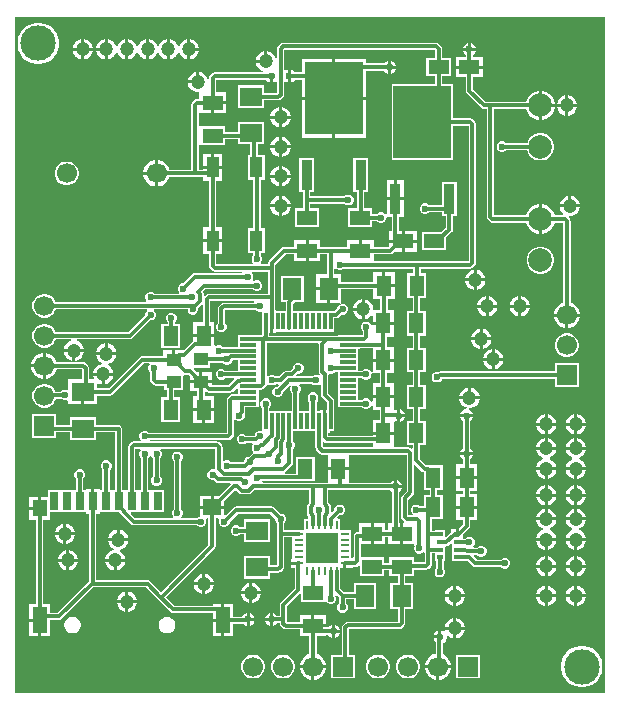
<source format=gtl>
G04*
G04 #@! TF.GenerationSoftware,Altium Limited,Altium Designer,24.2.2 (26)*
G04*
G04 Layer_Physical_Order=1*
G04 Layer_Color=255*
%FSLAX44Y44*%
%MOMM*%
G71*
G04*
G04 #@! TF.SameCoordinates,98A400C0-08DE-4AD7-B425-4E8C3969B8A2*
G04*
G04*
G04 #@! TF.FilePolarity,Positive*
G04*
G01*
G75*
%ADD14R,1.8000X1.2300*%
%ADD15R,0.9500X2.6000*%
%ADD16R,4.9000X6.2000*%
%ADD17R,0.3000X1.4500*%
%ADD18R,1.4500X0.3000*%
%ADD19R,1.9000X1.6000*%
%ADD20R,1.6000X1.4000*%
%ADD21R,1.2000X2.2000*%
%ADD22R,1.2000X1.4000*%
%ADD23R,0.7000X1.6000*%
%ADD24R,1.3000X1.7500*%
%ADD25R,2.7000X2.6000*%
%ADD26R,0.2500X0.8000*%
%ADD27R,0.8000X0.2500*%
%ADD28R,0.5000X0.3500*%
%ADD29R,1.6000X1.9000*%
%ADD30R,1.1000X1.8000*%
%ADD31R,1.3000X1.1000*%
%ADD32R,1.7500X1.3000*%
%ADD51C,3.0000*%
%ADD54C,0.3000*%
%ADD55C,1.7000*%
%ADD56R,1.7000X1.7000*%
%ADD57C,2.0000*%
%ADD58R,1.7000X1.7000*%
%ADD59C,0.6000*%
%ADD60C,1.2000*%
G36*
X875000Y552500D02*
X375000D01*
Y1125000D01*
X875000D01*
Y552500D01*
D02*
G37*
%LPC*%
G36*
X521230Y1106001D02*
X519204Y1105458D01*
X517256Y1104334D01*
X515666Y1102744D01*
X514542Y1100796D01*
X514407Y1100294D01*
X513093D01*
X512958Y1100796D01*
X511834Y1102744D01*
X510244Y1104334D01*
X508296Y1105458D01*
X506270Y1106001D01*
Y1097500D01*
Y1088999D01*
X508296Y1089542D01*
X510244Y1090666D01*
X511834Y1092256D01*
X512958Y1094204D01*
X513093Y1094706D01*
X514407D01*
X514542Y1094204D01*
X515666Y1092256D01*
X517256Y1090666D01*
X519204Y1089542D01*
X521230Y1088999D01*
Y1097500D01*
Y1106001D01*
D02*
G37*
G36*
X486230D02*
X484204Y1105458D01*
X482256Y1104334D01*
X480666Y1102744D01*
X479542Y1100796D01*
X479407Y1100294D01*
X478093D01*
X477958Y1100796D01*
X476834Y1102744D01*
X475244Y1104334D01*
X473296Y1105458D01*
X471270Y1106001D01*
Y1097500D01*
Y1088999D01*
X473296Y1089542D01*
X475244Y1090666D01*
X476834Y1092256D01*
X477958Y1094204D01*
X478093Y1094706D01*
X479407D01*
X479542Y1094204D01*
X480666Y1092256D01*
X482256Y1090666D01*
X484204Y1089542D01*
X486230Y1088999D01*
Y1097500D01*
Y1106001D01*
D02*
G37*
G36*
X468730D02*
X466704Y1105458D01*
X464756Y1104334D01*
X463166Y1102744D01*
X462042Y1100796D01*
X461907Y1100294D01*
X460593D01*
X460458Y1100796D01*
X459334Y1102744D01*
X457744Y1104334D01*
X455796Y1105458D01*
X453770Y1106001D01*
Y1097500D01*
Y1088999D01*
X455796Y1089542D01*
X457744Y1090666D01*
X459334Y1092256D01*
X460458Y1094204D01*
X460593Y1094706D01*
X461907D01*
X462042Y1094204D01*
X463166Y1092256D01*
X464756Y1090666D01*
X466704Y1089542D01*
X468730Y1088999D01*
Y1097500D01*
Y1106001D01*
D02*
G37*
G36*
X503730D02*
X501704Y1105458D01*
X499756Y1104334D01*
X498166Y1102744D01*
X497042Y1100796D01*
X496907Y1100294D01*
X495593D01*
X495458Y1100796D01*
X494334Y1102744D01*
X492744Y1104334D01*
X490796Y1105458D01*
X488770Y1106001D01*
Y1097500D01*
Y1088999D01*
X490796Y1089542D01*
X492744Y1090666D01*
X494334Y1092256D01*
X495458Y1094204D01*
X495593Y1094706D01*
X496907D01*
X497042Y1094204D01*
X498166Y1092256D01*
X499756Y1090666D01*
X501704Y1089542D01*
X503730Y1088999D01*
Y1097500D01*
Y1106001D01*
D02*
G37*
G36*
X761270Y1102970D02*
Y1098770D01*
X765470D01*
X764697Y1100638D01*
X763138Y1102197D01*
X761270Y1102970D01*
D02*
G37*
G36*
X758730D02*
X756862Y1102197D01*
X755303Y1100638D01*
X754530Y1098770D01*
X758730D01*
Y1102970D01*
D02*
G37*
G36*
X523770Y1106001D02*
Y1098770D01*
X531001D01*
X530458Y1100796D01*
X529334Y1102744D01*
X527744Y1104334D01*
X525796Y1105458D01*
X523770Y1106001D01*
D02*
G37*
G36*
X451230D02*
X449204Y1105458D01*
X447256Y1104334D01*
X445666Y1102744D01*
X444542Y1100796D01*
X443999Y1098770D01*
X451230D01*
Y1106001D01*
D02*
G37*
G36*
X433770D02*
Y1098770D01*
X441001D01*
X440458Y1100796D01*
X439334Y1102744D01*
X437744Y1104334D01*
X435796Y1105458D01*
X433770Y1106001D01*
D02*
G37*
G36*
X431230D02*
X429204Y1105458D01*
X427256Y1104334D01*
X425666Y1102744D01*
X424542Y1100796D01*
X423999Y1098770D01*
X431230D01*
Y1106001D01*
D02*
G37*
G36*
X531001Y1096230D02*
X523770D01*
Y1088999D01*
X525796Y1089542D01*
X527744Y1090666D01*
X529334Y1092256D01*
X530458Y1094204D01*
X531001Y1096230D01*
D02*
G37*
G36*
X451230D02*
X443999D01*
X444542Y1094204D01*
X445666Y1092256D01*
X447256Y1090666D01*
X449204Y1089542D01*
X451230Y1088999D01*
Y1096230D01*
D02*
G37*
G36*
X441001D02*
X433770D01*
Y1088999D01*
X435796Y1089542D01*
X437744Y1090666D01*
X439334Y1092256D01*
X440458Y1094204D01*
X441001Y1096230D01*
D02*
G37*
G36*
X431230D02*
X423999D01*
X424542Y1094204D01*
X425666Y1092256D01*
X427256Y1090666D01*
X429204Y1089542D01*
X431230Y1088999D01*
Y1096230D01*
D02*
G37*
G36*
X586230Y1096001D02*
X584204Y1095458D01*
X582256Y1094334D01*
X580666Y1092744D01*
X579542Y1090796D01*
X578999Y1088770D01*
X586230D01*
Y1096001D01*
D02*
G37*
G36*
X396727Y1120040D02*
X393273D01*
X389884Y1119366D01*
X386692Y1118044D01*
X383819Y1116124D01*
X381376Y1113681D01*
X379456Y1110808D01*
X378134Y1107616D01*
X377460Y1104228D01*
Y1100772D01*
X378134Y1097384D01*
X379456Y1094192D01*
X381376Y1091319D01*
X383819Y1088876D01*
X386692Y1086956D01*
X389884Y1085634D01*
X393273Y1084960D01*
X396727D01*
X400116Y1085634D01*
X403308Y1086956D01*
X406181Y1088876D01*
X408624Y1091319D01*
X410544Y1094192D01*
X411866Y1097384D01*
X412540Y1100772D01*
Y1104228D01*
X411866Y1107616D01*
X410544Y1110808D01*
X408624Y1113681D01*
X406181Y1116124D01*
X403308Y1118044D01*
X400116Y1119366D01*
X396727Y1120040D01*
D02*
G37*
G36*
X765470Y1096230D02*
X754530D01*
X755303Y1094362D01*
X756862Y1092803D01*
X756921Y1092779D01*
Y1091190D01*
X748460D01*
Y1083770D01*
X771540D01*
Y1091190D01*
X763079D01*
Y1092779D01*
X763138Y1092803D01*
X764697Y1094362D01*
X765470Y1096230D01*
D02*
G37*
G36*
X693770Y1087970D02*
Y1083770D01*
X697970D01*
X697197Y1085638D01*
X695638Y1087197D01*
X693770Y1087970D01*
D02*
G37*
G36*
X643730Y1089540D02*
X617960D01*
Y1078079D01*
X612221D01*
X612197Y1078138D01*
X610638Y1079697D01*
X608770Y1080470D01*
Y1075000D01*
Y1069530D01*
X610638Y1070303D01*
X612197Y1071862D01*
X612221Y1071921D01*
X617960D01*
Y1057270D01*
X643730D01*
Y1089540D01*
D02*
G37*
G36*
X697970Y1081230D02*
X693770D01*
Y1077030D01*
X695638Y1077803D01*
X697197Y1079362D01*
X697970Y1081230D01*
D02*
G37*
G36*
X672040Y1089540D02*
X646270D01*
Y1057270D01*
X672040D01*
Y1079421D01*
X687779D01*
X687803Y1079362D01*
X689362Y1077803D01*
X691230Y1077030D01*
Y1082500D01*
Y1087970D01*
X689362Y1087197D01*
X687803Y1085638D01*
X687779Y1085579D01*
X672040D01*
Y1089540D01*
D02*
G37*
G36*
X528730Y1078501D02*
X526704Y1077958D01*
X524756Y1076834D01*
X523166Y1075244D01*
X522042Y1073296D01*
X521499Y1071270D01*
X528730D01*
Y1078501D01*
D02*
G37*
G36*
X821651Y1062540D02*
X821270D01*
Y1051270D01*
X832540D01*
Y1051651D01*
X831685Y1054840D01*
X830034Y1057700D01*
X827700Y1060034D01*
X824840Y1061685D01*
X821651Y1062540D01*
D02*
G37*
G36*
X843770Y1058501D02*
Y1051270D01*
X851001D01*
X850458Y1053296D01*
X849334Y1055244D01*
X847744Y1056834D01*
X845796Y1057958D01*
X843770Y1058501D01*
D02*
G37*
G36*
X841230D02*
X839204Y1057958D01*
X837256Y1056834D01*
X835666Y1055244D01*
X834542Y1053296D01*
X833999Y1051270D01*
X841230D01*
Y1058501D01*
D02*
G37*
G36*
X553790Y1051230D02*
X543770D01*
Y1043460D01*
X553790D01*
Y1051230D01*
D02*
G37*
G36*
X851001Y1048730D02*
X843770D01*
Y1041499D01*
X845796Y1042042D01*
X847744Y1043166D01*
X849334Y1044756D01*
X850458Y1046704D01*
X851001Y1048730D01*
D02*
G37*
G36*
X841230D02*
X833999D01*
X834542Y1046704D01*
X835666Y1044756D01*
X837256Y1043166D01*
X839204Y1042042D01*
X841230Y1041499D01*
Y1048730D01*
D02*
G37*
G36*
X601270Y1048501D02*
Y1041270D01*
X608501D01*
X607958Y1043296D01*
X606834Y1045244D01*
X605244Y1046834D01*
X603296Y1047958D01*
X601270Y1048501D01*
D02*
G37*
G36*
X598730D02*
X596704Y1047958D01*
X594756Y1046834D01*
X593166Y1045244D01*
X592042Y1043296D01*
X591499Y1041270D01*
X598730D01*
Y1048501D01*
D02*
G37*
G36*
X832540Y1048730D02*
X821270D01*
Y1037460D01*
X821651D01*
X824840Y1038315D01*
X827700Y1039966D01*
X830034Y1042300D01*
X831685Y1045160D01*
X832540Y1048349D01*
Y1048730D01*
D02*
G37*
G36*
X771540Y1081230D02*
X748460D01*
Y1073810D01*
X756921D01*
Y1062500D01*
X757155Y1061322D01*
X757823Y1060323D01*
X770323Y1047823D01*
X771322Y1047155D01*
X772500Y1046921D01*
X774421D01*
Y955757D01*
X774655Y954579D01*
X775323Y953580D01*
X777080Y951823D01*
X778079Y951155D01*
X779257Y950921D01*
X807843D01*
X808315Y949160D01*
X809966Y946300D01*
X812300Y943966D01*
X815160Y942315D01*
X818349Y941460D01*
X818730D01*
Y954000D01*
Y966540D01*
X818349D01*
X815160Y965685D01*
X812300Y964035D01*
X809966Y961700D01*
X808315Y958840D01*
X807843Y957079D01*
X780579D01*
Y1046921D01*
X807843D01*
X808315Y1045160D01*
X809966Y1042300D01*
X812300Y1039966D01*
X815160Y1038315D01*
X818349Y1037460D01*
X818730D01*
Y1050000D01*
Y1062540D01*
X818349D01*
X815160Y1061685D01*
X812300Y1060034D01*
X809966Y1057700D01*
X808315Y1054840D01*
X807843Y1053079D01*
X773775D01*
X763079Y1063775D01*
Y1073810D01*
X771540D01*
Y1081230D01*
D02*
G37*
G36*
X608501Y1038730D02*
X601270D01*
Y1031499D01*
X603296Y1032042D01*
X605244Y1033166D01*
X606834Y1034756D01*
X607958Y1036704D01*
X608501Y1038730D01*
D02*
G37*
G36*
X598730D02*
X591499D01*
X592042Y1036704D01*
X593166Y1034756D01*
X594756Y1033166D01*
X596704Y1032042D01*
X598730Y1031499D01*
Y1038730D01*
D02*
G37*
G36*
X672040Y1054730D02*
X646270D01*
Y1022460D01*
X672040D01*
Y1054730D01*
D02*
G37*
G36*
X643730D02*
X617960D01*
Y1022460D01*
X643730D01*
Y1054730D01*
D02*
G37*
G36*
X821517Y1026520D02*
X818483D01*
X815554Y1025735D01*
X812927Y1024218D01*
X810782Y1022074D01*
X809265Y1019447D01*
X808899Y1018079D01*
X790813D01*
X790060Y1018832D01*
X788399Y1019520D01*
X786601D01*
X784940Y1018832D01*
X783668Y1017560D01*
X782980Y1015899D01*
Y1014101D01*
X783668Y1012440D01*
X784940Y1011168D01*
X786601Y1010480D01*
X788399D01*
X790060Y1011168D01*
X790813Y1011921D01*
X808899D01*
X809265Y1010554D01*
X810782Y1007927D01*
X812927Y1005782D01*
X815554Y1004265D01*
X818483Y1003480D01*
X821517D01*
X824447Y1004265D01*
X827074Y1005782D01*
X829218Y1007927D01*
X830735Y1010554D01*
X831520Y1013483D01*
Y1016517D01*
X830735Y1019447D01*
X829218Y1022074D01*
X827074Y1024218D01*
X824447Y1025735D01*
X821517Y1026520D01*
D02*
G37*
G36*
X601270Y1023501D02*
Y1016270D01*
X608501D01*
X607958Y1018296D01*
X606834Y1020244D01*
X605244Y1021834D01*
X603296Y1022958D01*
X601270Y1023501D01*
D02*
G37*
G36*
X598730D02*
X596704Y1022958D01*
X594756Y1021834D01*
X593166Y1020244D01*
X592042Y1018296D01*
X591499Y1016270D01*
X598730D01*
Y1023501D01*
D02*
G37*
G36*
X608501Y1013730D02*
X601270D01*
Y1006499D01*
X603296Y1007042D01*
X605244Y1008166D01*
X606834Y1009756D01*
X607958Y1011704D01*
X608501Y1013730D01*
D02*
G37*
G36*
X598730D02*
X591499D01*
X592042Y1011704D01*
X593166Y1009756D01*
X594756Y1008166D01*
X596704Y1007042D01*
X598730Y1006499D01*
Y1013730D01*
D02*
G37*
G36*
X550540Y1009040D02*
X543770D01*
Y998770D01*
X550540D01*
Y1009040D01*
D02*
G37*
G36*
X541230D02*
X534460D01*
Y998770D01*
X541230D01*
Y1009040D01*
D02*
G37*
G36*
X493730Y1003540D02*
X493547D01*
X490739Y1002788D01*
X488221Y1001334D01*
X486166Y999279D01*
X484712Y996761D01*
X483960Y993953D01*
Y993770D01*
X493730D01*
Y1003540D01*
D02*
G37*
G36*
X601270Y998501D02*
Y991270D01*
X608501D01*
X607958Y993296D01*
X606834Y995244D01*
X605244Y996834D01*
X603296Y997958D01*
X601270Y998501D01*
D02*
G37*
G36*
X598730D02*
X596704Y997958D01*
X594756Y996834D01*
X593166Y995244D01*
X592042Y993296D01*
X591499Y991270D01*
X598730D01*
Y998501D01*
D02*
G37*
G36*
X420319Y1002520D02*
X417681D01*
X415132Y1001837D01*
X412848Y1000518D01*
X410982Y998652D01*
X409663Y996368D01*
X408980Y993819D01*
Y991181D01*
X409663Y988633D01*
X410982Y986348D01*
X412848Y984482D01*
X415132Y983163D01*
X417681Y982480D01*
X420319D01*
X422868Y983163D01*
X425152Y984482D01*
X427018Y986348D01*
X428337Y988633D01*
X429020Y991181D01*
Y993819D01*
X428337Y996368D01*
X427018Y998652D01*
X425152Y1000518D01*
X422868Y1001837D01*
X420319Y1002520D01*
D02*
G37*
G36*
X608501Y988730D02*
X601270D01*
Y981499D01*
X603296Y982042D01*
X605244Y983166D01*
X606834Y984756D01*
X607958Y986704D01*
X608501Y988730D01*
D02*
G37*
G36*
X598730D02*
X591499D01*
X592042Y986704D01*
X593166Y984756D01*
X594756Y983166D01*
X596704Y982042D01*
X598730Y981499D01*
Y988730D01*
D02*
G37*
G36*
X493730Y991230D02*
X483960D01*
Y991047D01*
X484712Y988239D01*
X486166Y985721D01*
X488221Y983666D01*
X490739Y982212D01*
X493547Y981460D01*
X493730D01*
Y991230D01*
D02*
G37*
G36*
X704490Y986540D02*
X698470D01*
Y972270D01*
X704490D01*
Y986540D01*
D02*
G37*
G36*
X695930D02*
X689910D01*
Y972270D01*
X695930D01*
Y986540D01*
D02*
G37*
G36*
X846270Y973501D02*
Y966270D01*
X853501D01*
X852958Y968296D01*
X851834Y970244D01*
X850244Y971834D01*
X848296Y972958D01*
X846270Y973501D01*
D02*
G37*
G36*
X843730D02*
X841704Y972958D01*
X839756Y971834D01*
X838166Y970244D01*
X837042Y968296D01*
X836499Y966270D01*
X843730D01*
Y973501D01*
D02*
G37*
G36*
X601270D02*
Y966270D01*
X608501D01*
X607958Y968296D01*
X606834Y970244D01*
X605244Y971834D01*
X603296Y972958D01*
X601270Y973501D01*
D02*
G37*
G36*
X598730D02*
X596704Y972958D01*
X594756Y971834D01*
X593166Y970244D01*
X592042Y968296D01*
X591499Y966270D01*
X598730D01*
Y973501D01*
D02*
G37*
G36*
X749070Y985520D02*
X736530D01*
Y965579D01*
X725813D01*
X725060Y966332D01*
X723399Y967020D01*
X721601D01*
X719940Y966332D01*
X718668Y965060D01*
X717980Y963399D01*
Y961601D01*
X718668Y959940D01*
X719940Y958668D01*
X721601Y957980D01*
X723399D01*
X725060Y958668D01*
X725813Y959421D01*
X736530D01*
Y956480D01*
X739721D01*
Y946225D01*
X736165Y942670D01*
X719480D01*
Y927330D01*
X740520D01*
Y938315D01*
X744977Y942773D01*
X745645Y943772D01*
X745879Y944950D01*
Y956480D01*
X749070D01*
Y985520D01*
D02*
G37*
G36*
X628470Y1005520D02*
X615930D01*
Y976480D01*
X619121D01*
Y970000D01*
Y963020D01*
X612230D01*
Y946980D01*
X632770D01*
Y963020D01*
X625279D01*
Y966921D01*
X654187D01*
X654940Y966168D01*
X656601Y965480D01*
X658399D01*
X660060Y966168D01*
X661332Y967440D01*
X662020Y969101D01*
Y970899D01*
X661332Y972560D01*
X660060Y973832D01*
X658399Y974520D01*
X656601D01*
X654940Y973832D01*
X654187Y973079D01*
X625279D01*
Y976480D01*
X628470D01*
Y1005520D01*
D02*
G37*
G36*
X608501Y963730D02*
X601270D01*
Y956499D01*
X603296Y957042D01*
X605244Y958166D01*
X606834Y959756D01*
X607958Y961704D01*
X608501Y963730D01*
D02*
G37*
G36*
X598730D02*
X591499D01*
X592042Y961704D01*
X593166Y959756D01*
X594756Y958166D01*
X596704Y957042D01*
X598730Y956499D01*
Y963730D01*
D02*
G37*
G36*
X715340Y943690D02*
X705070D01*
Y936270D01*
X715340D01*
Y943690D01*
D02*
G37*
G36*
X674070Y1005520D02*
X661530D01*
Y976480D01*
X664721D01*
Y963020D01*
X657230D01*
Y946980D01*
X677770D01*
Y951921D01*
X681687D01*
X682440Y951168D01*
X684101Y950480D01*
X685899D01*
X687560Y951168D01*
X688832Y952440D01*
X689520Y954101D01*
Y954352D01*
X689910Y955460D01*
X690297D01*
X694121Y955460D01*
Y943690D01*
X692260D01*
Y936270D01*
X702530D01*
Y943690D01*
X700279D01*
Y955460D01*
X704490D01*
Y969730D01*
X697200D01*
X689910D01*
Y958142D01*
X689548Y957946D01*
X688640Y957752D01*
X687560Y958832D01*
X685899Y959520D01*
X684101D01*
X682440Y958832D01*
X681687Y958079D01*
X677770D01*
Y963020D01*
X670879D01*
Y976480D01*
X674070D01*
Y1005520D01*
D02*
G37*
G36*
X715340Y933730D02*
X705070D01*
Y926310D01*
X715340D01*
Y933730D01*
D02*
G37*
G36*
X732043Y1103079D02*
X601757D01*
X600579Y1102845D01*
X599580Y1102177D01*
X597823Y1100420D01*
X597155Y1099421D01*
X596921Y1098243D01*
Y1090244D01*
X595651Y1090077D01*
X595458Y1090796D01*
X594334Y1092744D01*
X592744Y1094334D01*
X590796Y1095458D01*
X588770Y1096001D01*
Y1087500D01*
X587500D01*
Y1086230D01*
X578999D01*
X579542Y1084204D01*
X580666Y1082256D01*
X582256Y1080666D01*
X584204Y1079542D01*
X584923Y1079349D01*
X584756Y1078079D01*
X544257D01*
X543079Y1077845D01*
X542080Y1077177D01*
X540323Y1075420D01*
X539655Y1074421D01*
X539421Y1073243D01*
Y1072744D01*
X538151Y1072577D01*
X537958Y1073296D01*
X536834Y1075244D01*
X535244Y1076834D01*
X533296Y1077958D01*
X531270Y1078501D01*
Y1070000D01*
X530000D01*
Y1068730D01*
X521499D01*
X522042Y1066704D01*
X523166Y1064756D01*
X524756Y1063166D01*
X526704Y1062042D01*
X528876Y1061460D01*
X530186D01*
X531124Y1061460D01*
X531210Y1061394D01*
X531210Y1060385D01*
Y1055579D01*
X529257D01*
X528079Y1055345D01*
X527080Y1054677D01*
X525323Y1052920D01*
X524655Y1051921D01*
X524421Y1050743D01*
Y995579D01*
X505604D01*
X505288Y996761D01*
X503834Y999279D01*
X501779Y1001334D01*
X499261Y1002788D01*
X496453Y1003540D01*
X496270D01*
Y992500D01*
Y981460D01*
X496453D01*
X499261Y982212D01*
X501779Y983666D01*
X503834Y985721D01*
X505288Y988239D01*
X505604Y989421D01*
X534460D01*
Y985960D01*
X539421D01*
Y947040D01*
X534460D01*
Y936770D01*
X542500D01*
X550540D01*
Y947040D01*
X545579D01*
Y985960D01*
X550540D01*
Y996230D01*
X542500D01*
X534460D01*
Y995579D01*
X530579D01*
Y1042451D01*
X531210Y1043460D01*
X541230D01*
Y1052500D01*
X542500D01*
Y1053770D01*
X553790D01*
Y1061540D01*
X545579D01*
Y1071921D01*
X587779D01*
X587803Y1071862D01*
X589362Y1070303D01*
X591230Y1069530D01*
Y1075000D01*
X593770D01*
Y1069530D01*
X595638Y1070303D01*
X595747Y1070413D01*
X596921Y1069927D01*
Y1060579D01*
X586020D01*
Y1067020D01*
X563980D01*
Y1047980D01*
X586020D01*
Y1054421D01*
X598243D01*
X599421Y1054655D01*
X600420Y1055323D01*
X602177Y1057080D01*
X602845Y1058079D01*
X603079Y1059257D01*
Y1069927D01*
X604253Y1070413D01*
X604362Y1070303D01*
X606230Y1069530D01*
Y1075000D01*
Y1080470D01*
X604362Y1079697D01*
X604253Y1079587D01*
X603079Y1080073D01*
Y1096921D01*
X730721D01*
Y1090170D01*
X723280D01*
Y1074830D01*
X730721D01*
Y1068520D01*
X693980D01*
Y1003480D01*
X746020D01*
Y1032921D01*
X759421D01*
Y918079D01*
X678790D01*
Y923921D01*
X692950D01*
X694128Y924155D01*
X695127Y924823D01*
X696615Y926310D01*
X702530D01*
Y933730D01*
X692260D01*
Y930665D01*
X691675Y930079D01*
X678790D01*
Y936040D01*
X668770D01*
Y927000D01*
X666230D01*
Y936040D01*
X656210D01*
Y930079D01*
X633790D01*
Y936040D01*
X623770D01*
Y927000D01*
Y917960D01*
X633790D01*
Y923921D01*
X639421D01*
Y907040D01*
X630460D01*
Y896270D01*
X641000D01*
Y895000D01*
X642270D01*
Y882960D01*
X650552D01*
X650804Y881690D01*
X649940Y881332D01*
X648668Y880060D01*
X647980Y878399D01*
Y878146D01*
X645913Y876079D01*
X642500D01*
X642203Y876020D01*
X610579D01*
Y882225D01*
X612335Y883980D01*
X619520D01*
Y906020D01*
X600480D01*
Y883980D01*
X604027D01*
X604421Y883500D01*
Y876020D01*
X596540D01*
Y877040D01*
X595579D01*
Y885743D01*
Y912500D01*
Y915225D01*
X604275Y923921D01*
X611210D01*
Y917960D01*
X621230D01*
Y927000D01*
Y936040D01*
X611210D01*
Y930079D01*
X603000D01*
X601822Y929845D01*
X600823Y929177D01*
X590323Y918677D01*
X589655Y917678D01*
X589421Y916500D01*
Y915579D01*
X583768D01*
X583241Y916849D01*
X583832Y917440D01*
X584520Y919101D01*
Y920899D01*
X583832Y922560D01*
X583079Y923313D01*
Y924980D01*
X586520D01*
Y946020D01*
X583079D01*
Y986980D01*
X586520D01*
Y1008020D01*
X580579D01*
Y1016980D01*
X586020D01*
Y1036020D01*
X563980D01*
Y1027579D01*
X552770D01*
Y1032520D01*
X532230D01*
Y1016480D01*
X552770D01*
Y1021421D01*
X563980D01*
Y1016980D01*
X574421D01*
Y1008020D01*
X572480D01*
Y986980D01*
X576921D01*
Y946020D01*
X572480D01*
Y924980D01*
X576921D01*
Y923313D01*
X576168Y922560D01*
X575480Y920899D01*
Y919101D01*
X576168Y917440D01*
X576759Y916849D01*
X576232Y915579D01*
X545579D01*
Y923960D01*
X550540D01*
Y934230D01*
X542500D01*
X534460D01*
Y923960D01*
X539421D01*
Y914257D01*
X539655Y913079D01*
X540323Y912080D01*
X542080Y910323D01*
X543079Y909655D01*
X544257Y909421D01*
X567283D01*
X567962Y908151D01*
X567914Y908079D01*
X527500D01*
X526322Y907845D01*
X525323Y907177D01*
X517665Y899520D01*
X516601D01*
X514940Y898832D01*
X513668Y897560D01*
X512980Y895899D01*
Y894101D01*
X513668Y892440D01*
X514259Y891849D01*
X513732Y890579D01*
X493313D01*
X492560Y891332D01*
X490899Y892020D01*
X489101D01*
X487440Y891332D01*
X486168Y890060D01*
X485480Y888399D01*
Y886601D01*
X486168Y884940D01*
X486359Y884749D01*
X485832Y883479D01*
X409548D01*
X409337Y884268D01*
X408018Y886553D01*
X406152Y888418D01*
X403868Y889737D01*
X401319Y890420D01*
X398681D01*
X396132Y889737D01*
X393848Y888418D01*
X391982Y886553D01*
X390663Y884268D01*
X389980Y881719D01*
Y879081D01*
X390663Y876533D01*
X391982Y874248D01*
X393848Y872382D01*
X396132Y871063D01*
X398681Y870380D01*
X401319D01*
X403868Y871063D01*
X406152Y872382D01*
X408018Y874248D01*
X409337Y876533D01*
X409548Y877321D01*
X486761D01*
X487159Y876051D01*
X486168Y875060D01*
X485480Y873399D01*
Y872335D01*
X471225Y858079D01*
X409548D01*
X409337Y858868D01*
X408018Y861152D01*
X406152Y863018D01*
X403868Y864337D01*
X401319Y865020D01*
X398681D01*
X396132Y864337D01*
X393848Y863018D01*
X391982Y861152D01*
X390663Y858868D01*
X389980Y856319D01*
Y853681D01*
X390663Y851133D01*
X391982Y848848D01*
X393848Y846982D01*
X396132Y845663D01*
X398681Y844980D01*
X401319D01*
X403868Y845663D01*
X406152Y846982D01*
X408018Y848848D01*
X409337Y851133D01*
X409548Y851921D01*
X422256D01*
X422424Y850651D01*
X421704Y850458D01*
X419756Y849334D01*
X418166Y847744D01*
X417042Y845796D01*
X416499Y843770D01*
X433501D01*
X432958Y845796D01*
X431834Y847744D01*
X430244Y849334D01*
X428296Y850458D01*
X427576Y850651D01*
X427744Y851921D01*
X472500D01*
X473678Y852155D01*
X474677Y852823D01*
X489835Y867980D01*
X490899D01*
X492560Y868668D01*
X493832Y869940D01*
X494520Y871601D01*
Y873399D01*
X493832Y875060D01*
X492841Y876051D01*
X493239Y877321D01*
X521336D01*
Y876601D01*
X522024Y874940D01*
X523295Y873668D01*
X524957Y872980D01*
X526755D01*
X528416Y873668D01*
X529688Y874940D01*
X530376Y876601D01*
Y878399D01*
X530327Y878516D01*
X532177Y880367D01*
X532177Y880367D01*
X533151Y881340D01*
X534421Y880814D01*
Y866290D01*
X525960D01*
Y856270D01*
X535000D01*
X544040D01*
Y866290D01*
X540579D01*
Y884421D01*
X577283D01*
X577962Y883151D01*
X577914Y883079D01*
X551757D01*
X550579Y882845D01*
X549580Y882177D01*
X547823Y880420D01*
X547155Y879421D01*
X546921Y878243D01*
Y865813D01*
X546168Y865060D01*
X545480Y863399D01*
Y861601D01*
X546168Y859940D01*
X547440Y858668D01*
X549101Y857980D01*
X550899D01*
X552560Y858668D01*
X553832Y859940D01*
X554520Y861601D01*
Y863399D01*
X553832Y865060D01*
X553079Y865813D01*
Y876921D01*
X579187D01*
X579940Y876168D01*
X581601Y875480D01*
X583399D01*
X583424Y875490D01*
X584480Y874785D01*
Y867547D01*
X584421Y867250D01*
Y855815D01*
X584185Y855579D01*
X572750D01*
X572453Y855520D01*
X563980D01*
Y845579D01*
X550813D01*
X550060Y846332D01*
X548399Y847020D01*
X546601D01*
X545310Y846485D01*
X544040Y847092D01*
Y853730D01*
X535000D01*
X525960D01*
Y850186D01*
X525573Y849927D01*
X518523Y842877D01*
X510879D01*
Y834837D01*
X508339D01*
Y842877D01*
X500569D01*
Y837917D01*
X483080D01*
X481902Y837682D01*
X480903Y837015D01*
X454467Y810579D01*
X444540D01*
Y814325D01*
X445810Y815058D01*
X446704Y814542D01*
X448730Y813999D01*
Y821230D01*
X441499D01*
X442014Y819310D01*
X441981Y818970D01*
X441444Y818040D01*
X438079D01*
Y827500D01*
X437845Y828678D01*
X437177Y829677D01*
X435077Y831777D01*
X434078Y832445D01*
X432900Y832679D01*
X410604D01*
X410288Y833861D01*
X408834Y836379D01*
X406779Y838434D01*
X404261Y839888D01*
X401453Y840640D01*
X401270D01*
Y829600D01*
Y818560D01*
X401453D01*
X404261Y819312D01*
X406779Y820766D01*
X408834Y822821D01*
X410288Y825339D01*
X410604Y826521D01*
X431624D01*
X431921Y826225D01*
Y818040D01*
X420460D01*
Y810024D01*
X419190Y809176D01*
X418359Y809520D01*
X416561D01*
X414900Y808832D01*
X413747Y807679D01*
X409441D01*
X409337Y808068D01*
X408018Y810352D01*
X406152Y812218D01*
X403868Y813537D01*
X401319Y814220D01*
X398681D01*
X396132Y813537D01*
X393848Y812218D01*
X391982Y810352D01*
X390663Y808068D01*
X389980Y805519D01*
Y802881D01*
X390663Y800332D01*
X391982Y798048D01*
X393848Y796182D01*
X396132Y794863D01*
X398681Y794180D01*
X401319D01*
X403868Y794863D01*
X406152Y796182D01*
X408018Y798048D01*
X409337Y800332D01*
X409656Y801521D01*
X414547D01*
X414900Y801168D01*
X416561Y800480D01*
X418359D01*
X419190Y800824D01*
X420460Y799976D01*
Y796960D01*
X431230D01*
Y807500D01*
X433770D01*
Y796960D01*
X444540D01*
Y804421D01*
X455743D01*
X456921Y804655D01*
X457920Y805323D01*
X484356Y831758D01*
X488570D01*
X489096Y830488D01*
X488668Y830060D01*
X487980Y828399D01*
Y826601D01*
X488668Y824940D01*
X489421Y824187D01*
Y817686D01*
X489655Y816508D01*
X490323Y815509D01*
X492080Y813752D01*
X493079Y813084D01*
X494257Y812850D01*
X501635D01*
Y808909D01*
X503921D01*
Y802770D01*
X498980D01*
Y782230D01*
X515020D01*
Y802770D01*
X510079D01*
Y808909D01*
X517675D01*
Y821141D01*
X518945Y822021D01*
X519447Y821921D01*
X522308D01*
X523615Y820614D01*
Y817199D01*
X531385D01*
Y823969D01*
X528970D01*
X526228Y826710D01*
X526754Y827980D01*
X540520D01*
Y831921D01*
X551687D01*
X552440Y831168D01*
X554101Y830480D01*
X555899D01*
X557560Y831168D01*
X558832Y832440D01*
X559520Y834101D01*
Y834354D01*
X559587Y834421D01*
X563980D01*
Y825579D01*
X553313D01*
X552560Y826332D01*
X550899Y827020D01*
X549101D01*
X547440Y826332D01*
X546168Y825060D01*
X545480Y823399D01*
Y821601D01*
X546168Y819940D01*
X547440Y818668D01*
X549101Y817980D01*
X550899D01*
X552560Y818668D01*
X553313Y819421D01*
X560499D01*
X561025Y818151D01*
X555954Y813079D01*
X541695D01*
Y814659D01*
X523615D01*
Y807889D01*
X529576D01*
Y803790D01*
X525960D01*
Y793770D01*
X535000D01*
X544040D01*
Y803790D01*
X535734D01*
Y807889D01*
X537169D01*
X537235Y807823D01*
X538234Y807155D01*
X539412Y806921D01*
X557229D01*
X558407Y807155D01*
X559406Y807823D01*
X562807Y811223D01*
X563980Y810737D01*
Y805579D01*
X559257D01*
X558079Y805345D01*
X557080Y804677D01*
X555323Y802920D01*
X554655Y801921D01*
X554421Y800743D01*
Y773079D01*
X488313D01*
X487560Y773832D01*
X485899Y774520D01*
X484101D01*
X482440Y773832D01*
X481168Y772560D01*
X480480Y770899D01*
Y769101D01*
X481168Y767440D01*
X481759Y766849D01*
X481232Y765579D01*
X475757D01*
X474579Y765345D01*
X473580Y764677D01*
X471823Y762920D01*
X471155Y761921D01*
X470921Y760743D01*
Y724520D01*
X468980D01*
X468980Y724520D01*
X468020D01*
Y724520D01*
X467710Y724520D01*
X466079D01*
Y776000D01*
X465845Y777178D01*
X465177Y778177D01*
X464677Y778677D01*
X463678Y779345D01*
X462500Y779579D01*
X443520D01*
Y786020D01*
X421480D01*
Y779579D01*
X410020D01*
Y788820D01*
X389980D01*
Y768780D01*
X410020D01*
Y773421D01*
X421480D01*
Y766980D01*
X443520D01*
Y773421D01*
X459921D01*
Y724520D01*
X457980D01*
Y724520D01*
X457020D01*
Y724520D01*
X455329D01*
Y741437D01*
X456332Y742440D01*
X457020Y744101D01*
Y745899D01*
X456332Y747560D01*
X455060Y748832D01*
X453399Y749520D01*
X451601D01*
X449940Y748832D01*
X448668Y747560D01*
X447980Y745899D01*
Y744101D01*
X448668Y742440D01*
X449171Y741937D01*
Y724520D01*
X447040D01*
Y725540D01*
X442270D01*
Y715000D01*
X439730D01*
Y725540D01*
X434960D01*
Y724520D01*
X433079D01*
Y734187D01*
X433832Y734940D01*
X434520Y736601D01*
Y738399D01*
X433832Y740060D01*
X432560Y741332D01*
X430899Y742020D01*
X429101D01*
X427440Y741332D01*
X426168Y740060D01*
X425480Y738399D01*
Y736601D01*
X426168Y734940D01*
X426921Y734187D01*
Y724520D01*
X425290D01*
X424980Y724520D01*
X424020D01*
X423710Y724520D01*
X414290D01*
X413980Y724520D01*
X413020D01*
X412710Y724520D01*
X402980D01*
Y718540D01*
X397270D01*
Y709000D01*
X396000D01*
Y707730D01*
X387460D01*
Y699460D01*
X392921D01*
Y627540D01*
X387460D01*
Y615270D01*
X396000D01*
Y614000D01*
X397270D01*
Y600460D01*
X404540D01*
Y614421D01*
X412500D01*
X413678Y614655D01*
X414677Y615323D01*
X441275Y641921D01*
X486225D01*
X496073Y632073D01*
X496073Y632073D01*
X506823Y621323D01*
X507822Y620655D01*
X509000Y620421D01*
X542460D01*
Y615270D01*
X549730D01*
Y627540D01*
X542460D01*
Y626579D01*
X510275D01*
X503105Y633750D01*
X544177Y674823D01*
X544845Y675822D01*
X545079Y677000D01*
Y700460D01*
X547459D01*
X548308Y699190D01*
X547980Y698399D01*
Y696601D01*
X548668Y694940D01*
X549940Y693668D01*
X551601Y692980D01*
X553399D01*
X555060Y693668D01*
X556332Y694940D01*
X557020Y696601D01*
Y697665D01*
X563775Y704421D01*
X591225D01*
X595480Y700165D01*
Y699101D01*
X596168Y697440D01*
X596921Y696687D01*
Y685743D01*
Y660579D01*
X591020D01*
Y668520D01*
X568980D01*
Y649480D01*
X591020D01*
Y654421D01*
X598243D01*
X599421Y654655D01*
X600420Y655323D01*
X602177Y657080D01*
X602845Y658079D01*
X603079Y659257D01*
Y684421D01*
X609980D01*
Y674730D01*
Y666290D01*
X608960D01*
Y663770D01*
X615500D01*
Y661230D01*
X608960D01*
Y658710D01*
X611921D01*
Y641275D01*
X600323Y629677D01*
X599655Y628678D01*
X599421Y627500D01*
Y618079D01*
X597221D01*
X597197Y618138D01*
X595638Y619697D01*
X593770Y620470D01*
Y615000D01*
Y609530D01*
X595638Y610303D01*
X597197Y611862D01*
X597221Y611921D01*
X599421D01*
Y611257D01*
X599655Y610079D01*
X600323Y609080D01*
X602080Y607323D01*
X603079Y606655D01*
X604257Y606421D01*
X616210D01*
Y600460D01*
X624421D01*
Y585604D01*
X623239Y585288D01*
X620721Y583834D01*
X618666Y581779D01*
X617212Y579261D01*
X616460Y576453D01*
Y576270D01*
X638540D01*
Y576453D01*
X637788Y579261D01*
X636334Y581779D01*
X634279Y583834D01*
X631761Y585288D01*
X630579Y585604D01*
Y600460D01*
X638790D01*
Y601921D01*
X640279D01*
X640303Y601862D01*
X641862Y600303D01*
X643730Y599530D01*
Y605000D01*
Y610470D01*
X641862Y609697D01*
X640303Y608138D01*
X640279Y608079D01*
X638790D01*
Y608230D01*
X627500D01*
Y609500D01*
X626230D01*
Y618540D01*
X616210D01*
Y612579D01*
X605579D01*
Y626225D01*
X615960Y636605D01*
X617230Y636079D01*
Y629480D01*
X637770D01*
X637770Y629480D01*
X639040Y629568D01*
X639940Y628668D01*
X641601Y627980D01*
X643399D01*
X645060Y628668D01*
X646332Y629940D01*
X647020Y631601D01*
Y633399D01*
X646332Y635060D01*
X647260Y635885D01*
X649421Y633725D01*
Y628313D01*
X648668Y627560D01*
X647980Y625899D01*
Y624101D01*
X648668Y622440D01*
X649940Y621168D01*
X651601Y620480D01*
X653399D01*
X655060Y621168D01*
X656332Y622440D01*
X657020Y624101D01*
Y625899D01*
X656332Y627560D01*
X655579Y628313D01*
Y631921D01*
X661980D01*
Y623980D01*
X681020D01*
Y646020D01*
X661980D01*
Y638079D01*
X653775D01*
X650579Y641275D01*
Y655500D01*
X650345Y656678D01*
X650270Y656790D01*
Y658710D01*
X653230D01*
Y662500D01*
X655770D01*
Y658710D01*
X661040D01*
Y659421D01*
X663243D01*
X664421Y659655D01*
X665420Y660323D01*
X665960Y660863D01*
X667230Y660337D01*
Y651480D01*
X687770D01*
Y656421D01*
X692230D01*
Y651480D01*
X699421D01*
Y646020D01*
X692980D01*
Y623980D01*
X699421D01*
Y613079D01*
X656757D01*
X655579Y612845D01*
X654580Y612177D01*
X652823Y610420D01*
X652155Y609421D01*
X651921Y608243D01*
Y585020D01*
X642880D01*
Y564980D01*
X662920D01*
Y585020D01*
X658079D01*
Y606921D01*
X700743D01*
X701921Y607155D01*
X702920Y607823D01*
X704677Y609580D01*
X705345Y610579D01*
X705579Y611757D01*
Y623980D01*
X712020D01*
Y646020D01*
X705579D01*
Y651480D01*
X712770D01*
Y656921D01*
X723243D01*
X724421Y657155D01*
X725420Y657823D01*
X727177Y659580D01*
X727845Y660579D01*
X728079Y661757D01*
Y670921D01*
X730980D01*
Y664230D01*
X731921D01*
Y658313D01*
X731168Y657560D01*
X730480Y655899D01*
Y654101D01*
X731168Y652440D01*
X732440Y651168D01*
X734101Y650480D01*
X735899D01*
X737560Y651168D01*
X738832Y652440D01*
X739520Y654101D01*
Y655899D01*
X738832Y657560D01*
X738079Y658313D01*
Y664230D01*
X739020D01*
Y676210D01*
X740040D01*
Y677171D01*
X740250D01*
X741428Y677405D01*
X742427Y678073D01*
X744307Y679952D01*
X745480Y679466D01*
Y670730D01*
Y664230D01*
X753520D01*
Y664421D01*
X758569D01*
X762667Y660323D01*
X763666Y659655D01*
X764844Y659421D01*
X786687D01*
X787440Y658668D01*
X789101Y657980D01*
X790899D01*
X792560Y658668D01*
X793832Y659940D01*
X794520Y661601D01*
Y663399D01*
X793832Y665060D01*
X792560Y666332D01*
X790899Y667020D01*
X789101D01*
X787440Y666332D01*
X786687Y665579D01*
X766120D01*
X763451Y668248D01*
X763937Y669421D01*
X766687D01*
X767440Y668668D01*
X769101Y667980D01*
X770899D01*
X772560Y668668D01*
X773832Y669940D01*
X774520Y671601D01*
Y673399D01*
X773832Y675060D01*
X772560Y676332D01*
X770899Y677020D01*
X769101D01*
X767440Y676332D01*
X766687Y675579D01*
X763767D01*
X763241Y676849D01*
X763832Y677440D01*
X764520Y679101D01*
Y680899D01*
X763832Y682560D01*
X762560Y683832D01*
X760899Y684520D01*
X759101D01*
X757440Y683832D01*
X756937Y683329D01*
X754540D01*
Y686936D01*
X759677Y692073D01*
X760345Y693072D01*
X760579Y694250D01*
Y698710D01*
X766540D01*
Y708730D01*
X757500D01*
X748460D01*
Y698710D01*
X754421D01*
Y695526D01*
X750770Y691875D01*
Y687000D01*
X748230D01*
Y691290D01*
X744460D01*
Y688815D01*
X741069Y685423D01*
X740040Y684790D01*
X739020Y685394D01*
Y690270D01*
X730980D01*
Y690079D01*
X728079D01*
Y699730D01*
X737520D01*
Y720270D01*
X732579D01*
Y724730D01*
X737520D01*
Y745270D01*
X724797D01*
X724500Y745329D01*
X723525D01*
X718079Y750775D01*
Y762230D01*
X723020D01*
Y782770D01*
X718079D01*
Y793230D01*
X723020D01*
Y813770D01*
X718079D01*
Y824230D01*
X723020D01*
Y844770D01*
X718079D01*
Y855230D01*
X723020D01*
Y875770D01*
X718079D01*
Y887230D01*
X723520D01*
Y907770D01*
X718579D01*
Y911921D01*
X760743D01*
X761921Y912155D01*
X762920Y912823D01*
X764677Y914580D01*
X765345Y915579D01*
X765579Y916757D01*
Y1034243D01*
X765345Y1035421D01*
X764677Y1036420D01*
X762920Y1038177D01*
X761921Y1038845D01*
X760743Y1039079D01*
X746020D01*
Y1068520D01*
X736879D01*
Y1074830D01*
X744320D01*
Y1090170D01*
X736879D01*
Y1098243D01*
X736645Y1099421D01*
X735977Y1100420D01*
X734220Y1102177D01*
X733221Y1102845D01*
X732043Y1103079D01*
D02*
G37*
G36*
X821517Y930520D02*
X818483D01*
X815554Y929735D01*
X812927Y928218D01*
X810782Y926074D01*
X809265Y923447D01*
X808480Y920517D01*
Y917483D01*
X809265Y914553D01*
X810782Y911926D01*
X812927Y909782D01*
X815554Y908265D01*
X818483Y907480D01*
X821517D01*
X824447Y908265D01*
X827074Y909782D01*
X829218Y911926D01*
X830735Y914553D01*
X831520Y917483D01*
Y920517D01*
X830735Y923447D01*
X829218Y926074D01*
X827074Y928218D01*
X824447Y929735D01*
X821517Y930520D01*
D02*
G37*
G36*
X766270Y911001D02*
Y903770D01*
X773501D01*
X772958Y905796D01*
X771834Y907744D01*
X770244Y909334D01*
X768296Y910458D01*
X766270Y911001D01*
D02*
G37*
G36*
X763730D02*
X761704Y910458D01*
X759756Y909334D01*
X758166Y907744D01*
X757042Y905796D01*
X756499Y903770D01*
X763730D01*
Y911001D01*
D02*
G37*
G36*
X773501Y901230D02*
X766270D01*
Y893999D01*
X768296Y894542D01*
X770244Y895666D01*
X771834Y897256D01*
X772958Y899204D01*
X773501Y901230D01*
D02*
G37*
G36*
X763730D02*
X756499D01*
X757042Y899204D01*
X758166Y897256D01*
X759756Y895666D01*
X761704Y894542D01*
X763730Y893999D01*
Y901230D01*
D02*
G37*
G36*
X639730Y893730D02*
X630460D01*
Y882960D01*
X639730D01*
Y893730D01*
D02*
G37*
G36*
X803770Y888501D02*
Y881270D01*
X811001D01*
X810458Y883296D01*
X809334Y885244D01*
X807744Y886834D01*
X805796Y887958D01*
X803770Y888501D01*
D02*
G37*
G36*
X801230D02*
X799204Y887958D01*
X797256Y886834D01*
X795666Y885244D01*
X794542Y883296D01*
X793999Y881270D01*
X801230D01*
Y888501D01*
D02*
G37*
G36*
X776270D02*
Y881270D01*
X783501D01*
X782958Y883296D01*
X781834Y885244D01*
X780244Y886834D01*
X778296Y887958D01*
X776270Y888501D01*
D02*
G37*
G36*
X773730D02*
X771704Y887958D01*
X769756Y886834D01*
X768166Y885244D01*
X767042Y883296D01*
X766499Y881270D01*
X773730D01*
Y888501D01*
D02*
G37*
G36*
X821651Y966540D02*
X821270D01*
Y954000D01*
Y941460D01*
X821651D01*
X824840Y942315D01*
X827700Y943966D01*
X830034Y946300D01*
X831685Y949160D01*
X832157Y950921D01*
X839421D01*
Y883104D01*
X838239Y882788D01*
X835721Y881334D01*
X833666Y879279D01*
X832212Y876761D01*
X831460Y873953D01*
Y873770D01*
X842500D01*
X853540D01*
Y873953D01*
X852788Y876761D01*
X851334Y879279D01*
X849279Y881334D01*
X846761Y882788D01*
X845579Y883104D01*
Y952243D01*
X845345Y953421D01*
X844677Y954420D01*
X843907Y955190D01*
X844433Y956460D01*
X846124D01*
X848296Y957042D01*
X850244Y958166D01*
X851834Y959756D01*
X852958Y961704D01*
X853501Y963730D01*
X836499D01*
X837042Y961704D01*
X838166Y959756D01*
X839574Y958349D01*
X839421Y957601D01*
X839112Y957079D01*
X832157D01*
X831685Y958840D01*
X830034Y961700D01*
X827700Y964035D01*
X824840Y965685D01*
X821651Y966540D01*
D02*
G37*
G36*
X811001Y878730D02*
X803770D01*
Y871499D01*
X805796Y872042D01*
X807744Y873166D01*
X809334Y874756D01*
X810458Y876704D01*
X811001Y878730D01*
D02*
G37*
G36*
X801230D02*
X793999D01*
X794542Y876704D01*
X795666Y874756D01*
X797256Y873166D01*
X799204Y872042D01*
X801230Y871499D01*
Y878730D01*
D02*
G37*
G36*
X783501D02*
X776270D01*
Y871499D01*
X778296Y872042D01*
X780244Y873166D01*
X781834Y874756D01*
X782958Y876704D01*
X783501Y878730D01*
D02*
G37*
G36*
X773730D02*
X766499D01*
X767042Y876704D01*
X768166Y874756D01*
X769756Y873166D01*
X771704Y872042D01*
X773730Y871499D01*
Y878730D01*
D02*
G37*
G36*
X853540Y871230D02*
X843770D01*
Y861460D01*
X843953D01*
X846761Y862212D01*
X849279Y863666D01*
X851334Y865721D01*
X852788Y868239D01*
X853540Y871047D01*
Y871230D01*
D02*
G37*
G36*
X841230D02*
X831460D01*
Y871047D01*
X832212Y868239D01*
X833666Y865721D01*
X835721Y863666D01*
X838239Y862212D01*
X841047Y861460D01*
X841230D01*
Y871230D01*
D02*
G37*
G36*
X771270Y861001D02*
Y853770D01*
X778501D01*
X777958Y855796D01*
X776834Y857744D01*
X775244Y859334D01*
X773296Y860458D01*
X771270Y861001D01*
D02*
G37*
G36*
X768730D02*
X766704Y860458D01*
X764756Y859334D01*
X763166Y857744D01*
X762042Y855796D01*
X761499Y853770D01*
X768730D01*
Y861001D01*
D02*
G37*
G36*
X508399Y874520D02*
X506601D01*
X504940Y873832D01*
X503668Y872560D01*
X502980Y870899D01*
Y869101D01*
X503668Y867440D01*
X504421Y866687D01*
Y865270D01*
X498980D01*
Y844730D01*
X515020D01*
Y865270D01*
X510579D01*
Y866687D01*
X511332Y867440D01*
X512020Y869101D01*
Y870899D01*
X511332Y872560D01*
X510060Y873832D01*
X508399Y874520D01*
D02*
G37*
G36*
X778501Y851230D02*
X771270D01*
Y843999D01*
X773296Y844542D01*
X775244Y845666D01*
X776834Y847256D01*
X777958Y849204D01*
X778501Y851230D01*
D02*
G37*
G36*
X768730D02*
X761499D01*
X762042Y849204D01*
X763166Y847256D01*
X764756Y845666D01*
X766704Y844542D01*
X768730Y843999D01*
Y851230D01*
D02*
G37*
G36*
X453770Y848501D02*
Y841270D01*
X461001D01*
X460458Y843296D01*
X459334Y845244D01*
X457744Y846834D01*
X455796Y847958D01*
X453770Y848501D01*
D02*
G37*
G36*
X451230D02*
X449204Y847958D01*
X447256Y846834D01*
X445666Y845244D01*
X444542Y843296D01*
X443999Y841270D01*
X451230D01*
Y848501D01*
D02*
G37*
G36*
X843819Y857120D02*
X841181D01*
X838632Y856437D01*
X836348Y855118D01*
X834482Y853252D01*
X833163Y850968D01*
X832480Y848419D01*
Y845781D01*
X833163Y843232D01*
X834482Y840948D01*
X836348Y839082D01*
X838632Y837763D01*
X841181Y837080D01*
X843819D01*
X846368Y837763D01*
X848652Y839082D01*
X850518Y840948D01*
X851837Y843232D01*
X852520Y845781D01*
Y848419D01*
X851837Y850968D01*
X850518Y853252D01*
X848652Y855118D01*
X846368Y856437D01*
X843819Y857120D01*
D02*
G37*
G36*
X781270Y843501D02*
Y836270D01*
X788501D01*
X787958Y838296D01*
X786834Y840244D01*
X785244Y841834D01*
X783296Y842958D01*
X781270Y843501D01*
D02*
G37*
G36*
X778730D02*
X776704Y842958D01*
X774756Y841834D01*
X773166Y840244D01*
X772042Y838296D01*
X771499Y836270D01*
X778730D01*
Y843501D01*
D02*
G37*
G36*
X433501Y841230D02*
X426270D01*
Y833999D01*
X428296Y834542D01*
X430244Y835666D01*
X431834Y837256D01*
X432958Y839204D01*
X433501Y841230D01*
D02*
G37*
G36*
X423730D02*
X416499D01*
X417042Y839204D01*
X418166Y837256D01*
X419756Y835666D01*
X421704Y834542D01*
X423730Y833999D01*
Y841230D01*
D02*
G37*
G36*
X398730Y840640D02*
X398546D01*
X395739Y839888D01*
X393221Y838434D01*
X391166Y836379D01*
X389712Y833861D01*
X388960Y831053D01*
Y830870D01*
X398730D01*
Y840640D01*
D02*
G37*
G36*
X788501Y833730D02*
X781270D01*
Y826499D01*
X783296Y827042D01*
X785244Y828166D01*
X786834Y829756D01*
X787958Y831704D01*
X788501Y833730D01*
D02*
G37*
G36*
X778730D02*
X771499D01*
X772042Y831704D01*
X773166Y829756D01*
X774756Y828166D01*
X776704Y827042D01*
X778730Y826499D01*
Y833730D01*
D02*
G37*
G36*
X852520Y831720D02*
X832480D01*
Y824779D01*
X735012D01*
X733833Y824545D01*
X733644Y824418D01*
X733399Y824520D01*
X731601D01*
X729940Y823832D01*
X728668Y822560D01*
X727980Y820899D01*
Y819101D01*
X728668Y817440D01*
X729940Y816168D01*
X731601Y815480D01*
X733399D01*
X735060Y816168D01*
X736332Y817440D01*
X736821Y818621D01*
X832480D01*
Y811680D01*
X852520D01*
Y831720D01*
D02*
G37*
G36*
X461001Y838730D02*
X443999D01*
X444542Y836704D01*
X445666Y834756D01*
X447256Y833166D01*
X448796Y832277D01*
X448818Y831942D01*
X448550Y830953D01*
X446704Y830458D01*
X444756Y829334D01*
X443166Y827744D01*
X442042Y825796D01*
X441499Y823770D01*
X458501D01*
X457958Y825796D01*
X456834Y827744D01*
X455244Y829334D01*
X453704Y830223D01*
X453682Y830558D01*
X453950Y831547D01*
X455796Y832042D01*
X457744Y833166D01*
X459334Y834756D01*
X460458Y836704D01*
X461001Y838730D01*
D02*
G37*
G36*
X398730Y828330D02*
X388960D01*
Y828147D01*
X389712Y825339D01*
X391166Y822821D01*
X393221Y820766D01*
X395739Y819312D01*
X398546Y818560D01*
X398730D01*
Y828330D01*
D02*
G37*
G36*
X541695Y823969D02*
X533925D01*
Y817199D01*
X541695D01*
Y823969D01*
D02*
G37*
G36*
X458501Y821230D02*
X451270D01*
Y813999D01*
X453296Y814542D01*
X455244Y815666D01*
X456834Y817256D01*
X457958Y819204D01*
X458501Y821230D01*
D02*
G37*
G36*
X761270Y811001D02*
Y803770D01*
X768501D01*
X767958Y805796D01*
X766834Y807744D01*
X765244Y809334D01*
X763296Y810458D01*
X761270Y811001D01*
D02*
G37*
G36*
X758730D02*
X756704Y810458D01*
X754756Y809334D01*
X753166Y807744D01*
X752042Y805796D01*
X751499Y803770D01*
X758730D01*
Y811001D01*
D02*
G37*
G36*
X768501Y801230D02*
X751499D01*
X752042Y799204D01*
X753166Y797256D01*
X754756Y795666D01*
X756704Y794542D01*
X757570Y794310D01*
X757402Y793040D01*
X756398D01*
X754362Y792197D01*
X752803Y790638D01*
X752030Y788770D01*
X762970D01*
X762197Y790638D01*
X760638Y792197D01*
X759447Y792690D01*
X759700Y793960D01*
X761124D01*
X763296Y794542D01*
X765244Y795666D01*
X766834Y797256D01*
X767958Y799204D01*
X768501Y801230D01*
D02*
G37*
G36*
X851270Y788501D02*
Y781270D01*
X858501D01*
X857958Y783296D01*
X856834Y785244D01*
X855244Y786834D01*
X853296Y787958D01*
X851270Y788501D01*
D02*
G37*
G36*
X848730D02*
X846704Y787958D01*
X844756Y786834D01*
X843166Y785244D01*
X842042Y783296D01*
X841499Y781270D01*
X848730D01*
Y788501D01*
D02*
G37*
G36*
X826270D02*
Y781270D01*
X833501D01*
X832958Y783296D01*
X831834Y785244D01*
X830244Y786834D01*
X828296Y787958D01*
X826270Y788501D01*
D02*
G37*
G36*
X823730D02*
X821704Y787958D01*
X819756Y786834D01*
X818166Y785244D01*
X817042Y783296D01*
X816499Y781270D01*
X823730D01*
Y788501D01*
D02*
G37*
G36*
X544040Y791230D02*
X536270D01*
Y781210D01*
X544040D01*
Y791230D01*
D02*
G37*
G36*
X533730D02*
X525960D01*
Y781210D01*
X533730D01*
Y791230D01*
D02*
G37*
G36*
X858501Y778730D02*
X851270D01*
Y771499D01*
X853296Y772042D01*
X855244Y773166D01*
X856834Y774756D01*
X857958Y776704D01*
X858501Y778730D01*
D02*
G37*
G36*
X848730D02*
X841499D01*
X842042Y776704D01*
X843166Y774756D01*
X844756Y773166D01*
X846704Y772042D01*
X848730Y771499D01*
Y778730D01*
D02*
G37*
G36*
X833501D02*
X826270D01*
Y771499D01*
X828296Y772042D01*
X830244Y773166D01*
X831834Y774756D01*
X832958Y776704D01*
X833501Y778730D01*
D02*
G37*
G36*
X823730D02*
X816499D01*
X817042Y776704D01*
X818166Y774756D01*
X819756Y773166D01*
X821704Y772042D01*
X823730Y771499D01*
Y778730D01*
D02*
G37*
G36*
X851270Y768501D02*
Y761270D01*
X858501D01*
X857958Y763296D01*
X856834Y765244D01*
X855244Y766834D01*
X853296Y767958D01*
X851270Y768501D01*
D02*
G37*
G36*
X848730D02*
X846704Y767958D01*
X844756Y766834D01*
X843166Y765244D01*
X842042Y763296D01*
X841499Y761270D01*
X848730D01*
Y768501D01*
D02*
G37*
G36*
X826270D02*
Y761270D01*
X833501D01*
X832958Y763296D01*
X831834Y765244D01*
X830244Y766834D01*
X828296Y767958D01*
X826270Y768501D01*
D02*
G37*
G36*
X823730D02*
X821704Y767958D01*
X819756Y766834D01*
X818166Y765244D01*
X817042Y763296D01*
X816499Y761270D01*
X823730D01*
Y768501D01*
D02*
G37*
G36*
X762970Y786230D02*
X752030D01*
X752803Y784362D01*
X754362Y782803D01*
X754421Y782779D01*
Y759721D01*
X754362Y759697D01*
X752803Y758138D01*
X752030Y756270D01*
X762970D01*
X762197Y758138D01*
X760638Y759697D01*
X760579Y759721D01*
Y782779D01*
X760638Y782803D01*
X762197Y784362D01*
X762970Y786230D01*
D02*
G37*
G36*
X858501Y758730D02*
X841499D01*
X842042Y756704D01*
X843166Y754756D01*
X844756Y753166D01*
X846704Y752042D01*
X847206Y751907D01*
Y750593D01*
X846704Y750458D01*
X844756Y749334D01*
X843166Y747744D01*
X842042Y745796D01*
X841499Y743770D01*
X858501D01*
X857958Y745796D01*
X856834Y747744D01*
X855244Y749334D01*
X853296Y750458D01*
X852794Y750593D01*
Y751907D01*
X853296Y752042D01*
X855244Y753166D01*
X856834Y754756D01*
X857958Y756704D01*
X858501Y758730D01*
D02*
G37*
G36*
X833501D02*
X816499D01*
X817042Y756704D01*
X818166Y754756D01*
X819756Y753166D01*
X821704Y752042D01*
X822206Y751907D01*
Y750593D01*
X821704Y750458D01*
X819756Y749334D01*
X818166Y747744D01*
X817042Y745796D01*
X816499Y743770D01*
X833501D01*
X832958Y745796D01*
X831834Y747744D01*
X830244Y749334D01*
X828296Y750458D01*
X827794Y750593D01*
Y751907D01*
X828296Y752042D01*
X830244Y753166D01*
X831834Y754756D01*
X832958Y756704D01*
X833501Y758730D01*
D02*
G37*
G36*
X762970Y753730D02*
X752030D01*
X752803Y751862D01*
X754362Y750303D01*
X754421Y750279D01*
Y746290D01*
X748460D01*
Y736270D01*
X757500D01*
X766540D01*
Y746290D01*
X760579D01*
Y750279D01*
X760638Y750303D01*
X762197Y751862D01*
X762970Y753730D01*
D02*
G37*
G36*
X858501Y741230D02*
X851270D01*
Y733999D01*
X853296Y734542D01*
X855244Y735666D01*
X856834Y737256D01*
X857958Y739204D01*
X858501Y741230D01*
D02*
G37*
G36*
X848730D02*
X841499D01*
X842042Y739204D01*
X843166Y737256D01*
X844756Y735666D01*
X846704Y734542D01*
X848730Y733999D01*
Y741230D01*
D02*
G37*
G36*
X833501D02*
X826270D01*
Y733999D01*
X828296Y734542D01*
X830244Y735666D01*
X831834Y737256D01*
X832958Y739204D01*
X833501Y741230D01*
D02*
G37*
G36*
X823730D02*
X816499D01*
X817042Y739204D01*
X818166Y737256D01*
X819756Y735666D01*
X821704Y734542D01*
X823730Y733999D01*
Y741230D01*
D02*
G37*
G36*
X851270Y728501D02*
Y721270D01*
X858501D01*
X857958Y723296D01*
X856834Y725244D01*
X855244Y726834D01*
X853296Y727958D01*
X851270Y728501D01*
D02*
G37*
G36*
X848730D02*
X846704Y727958D01*
X844756Y726834D01*
X843166Y725244D01*
X842042Y723296D01*
X841499Y721270D01*
X848730D01*
Y728501D01*
D02*
G37*
G36*
X826270D02*
Y721270D01*
X833501D01*
X832958Y723296D01*
X831834Y725244D01*
X830244Y726834D01*
X828296Y727958D01*
X826270Y728501D01*
D02*
G37*
G36*
X823730D02*
X821704Y727958D01*
X819756Y726834D01*
X818166Y725244D01*
X817042Y723296D01*
X816499Y721270D01*
X823730D01*
Y728501D01*
D02*
G37*
G36*
X858501Y718730D02*
X851270D01*
Y711499D01*
X853296Y712042D01*
X855244Y713166D01*
X856834Y714756D01*
X857958Y716704D01*
X858501Y718730D01*
D02*
G37*
G36*
X848730D02*
X841499D01*
X842042Y716704D01*
X843166Y714756D01*
X844756Y713166D01*
X846704Y712042D01*
X848730Y711499D01*
Y718730D01*
D02*
G37*
G36*
X833501D02*
X826270D01*
Y711499D01*
X828296Y712042D01*
X830244Y713166D01*
X831834Y714756D01*
X832958Y716704D01*
X833501Y718730D01*
D02*
G37*
G36*
X823730D02*
X816499D01*
X817042Y716704D01*
X818166Y714756D01*
X819756Y713166D01*
X821704Y712042D01*
X823730Y711499D01*
Y718730D01*
D02*
G37*
G36*
X766540Y733730D02*
X757500D01*
X748460D01*
Y723710D01*
X754421D01*
Y721290D01*
X748460D01*
Y711270D01*
X757500D01*
X766540D01*
Y721290D01*
X760579D01*
Y723710D01*
X766540D01*
Y733730D01*
D02*
G37*
G36*
X394730Y718540D02*
X387460D01*
Y710270D01*
X394730D01*
Y718540D01*
D02*
G37*
G36*
X851270Y708501D02*
Y701270D01*
X858501D01*
X857958Y703296D01*
X856834Y705244D01*
X855244Y706834D01*
X853296Y707958D01*
X851270Y708501D01*
D02*
G37*
G36*
X848730D02*
X846704Y707958D01*
X844756Y706834D01*
X843166Y705244D01*
X842042Y703296D01*
X841499Y701270D01*
X848730D01*
Y708501D01*
D02*
G37*
G36*
X826270D02*
Y701270D01*
X833501D01*
X832958Y703296D01*
X831834Y705244D01*
X830244Y706834D01*
X828296Y707958D01*
X826270Y708501D01*
D02*
G37*
G36*
X823730D02*
X821704Y707958D01*
X819756Y706834D01*
X818166Y705244D01*
X817042Y703296D01*
X816499Y701270D01*
X823730D01*
Y708501D01*
D02*
G37*
G36*
X591020Y699520D02*
X568980D01*
Y693079D01*
X565813D01*
X565060Y693832D01*
X563399Y694520D01*
X561601D01*
X559940Y693832D01*
X558668Y692560D01*
X557980Y690899D01*
Y689101D01*
X558668Y687440D01*
X559940Y686168D01*
X561601Y685480D01*
X563399D01*
X565060Y686168D01*
X565813Y686921D01*
X568980D01*
Y680480D01*
X591020D01*
Y699520D01*
D02*
G37*
G36*
X858501Y698730D02*
X841499D01*
X842042Y696704D01*
X843166Y694756D01*
X844756Y693166D01*
X846704Y692042D01*
X847206Y691907D01*
Y690593D01*
X846704Y690458D01*
X844756Y689334D01*
X843166Y687744D01*
X842042Y685796D01*
X841499Y683770D01*
X858501D01*
X857958Y685796D01*
X856834Y687744D01*
X855244Y689334D01*
X853296Y690458D01*
X852794Y690593D01*
Y691907D01*
X853296Y692042D01*
X855244Y693166D01*
X856834Y694756D01*
X857958Y696704D01*
X858501Y698730D01*
D02*
G37*
G36*
X833501D02*
X816499D01*
X817042Y696704D01*
X818166Y694756D01*
X819756Y693166D01*
X821704Y692042D01*
X822206Y691907D01*
Y690593D01*
X821704Y690458D01*
X819756Y689334D01*
X818166Y687744D01*
X817042Y685796D01*
X816499Y683770D01*
X833501D01*
X832958Y685796D01*
X831834Y687744D01*
X830244Y689334D01*
X828296Y690458D01*
X827794Y690593D01*
Y691907D01*
X828296Y692042D01*
X830244Y693166D01*
X831834Y694756D01*
X832958Y696704D01*
X833501Y698730D01*
D02*
G37*
G36*
X858501Y681230D02*
X851270D01*
Y673999D01*
X853296Y674542D01*
X855244Y675666D01*
X856834Y677256D01*
X857958Y679204D01*
X858501Y681230D01*
D02*
G37*
G36*
X848730D02*
X841499D01*
X842042Y679204D01*
X843166Y677256D01*
X844756Y675666D01*
X846704Y674542D01*
X848730Y673999D01*
Y681230D01*
D02*
G37*
G36*
X833501D02*
X826270D01*
Y673999D01*
X828296Y674542D01*
X830244Y675666D01*
X831834Y677256D01*
X832958Y679204D01*
X833501Y681230D01*
D02*
G37*
G36*
X823730D02*
X816499D01*
X817042Y679204D01*
X818166Y677256D01*
X819756Y675666D01*
X821704Y674542D01*
X823730Y673999D01*
Y681230D01*
D02*
G37*
G36*
X851270Y668501D02*
Y661270D01*
X858501D01*
X857958Y663296D01*
X856834Y665244D01*
X855244Y666834D01*
X853296Y667958D01*
X851270Y668501D01*
D02*
G37*
G36*
X848730D02*
X846704Y667958D01*
X844756Y666834D01*
X843166Y665244D01*
X842042Y663296D01*
X841499Y661270D01*
X848730D01*
Y668501D01*
D02*
G37*
G36*
X826270D02*
Y661270D01*
X833501D01*
X832958Y663296D01*
X831834Y665244D01*
X830244Y666834D01*
X828296Y667958D01*
X826270Y668501D01*
D02*
G37*
G36*
X823730D02*
X821704Y667958D01*
X819756Y666834D01*
X818166Y665244D01*
X817042Y663296D01*
X816499Y661270D01*
X823730D01*
Y668501D01*
D02*
G37*
G36*
X858501Y658730D02*
X851270D01*
Y651499D01*
X853296Y652042D01*
X855244Y653166D01*
X856834Y654756D01*
X857958Y656704D01*
X858501Y658730D01*
D02*
G37*
G36*
X848730D02*
X841499D01*
X842042Y656704D01*
X843166Y654756D01*
X844756Y653166D01*
X846704Y652042D01*
X848730Y651499D01*
Y658730D01*
D02*
G37*
G36*
X833501D02*
X826270D01*
Y651499D01*
X828296Y652042D01*
X830244Y653166D01*
X831834Y654756D01*
X832958Y656704D01*
X833501Y658730D01*
D02*
G37*
G36*
X823730D02*
X816499D01*
X817042Y656704D01*
X818166Y654756D01*
X819756Y653166D01*
X821704Y652042D01*
X823730Y651499D01*
Y658730D01*
D02*
G37*
G36*
X536270Y653501D02*
Y646270D01*
X543501D01*
X542958Y648296D01*
X541834Y650244D01*
X540244Y651834D01*
X538296Y652958D01*
X536270Y653501D01*
D02*
G37*
G36*
X533730D02*
X531704Y652958D01*
X529756Y651834D01*
X528166Y650244D01*
X527042Y648296D01*
X526499Y646270D01*
X533730D01*
Y653501D01*
D02*
G37*
G36*
X576270Y646001D02*
Y638770D01*
X583501D01*
X582958Y640796D01*
X581834Y642744D01*
X580244Y644334D01*
X578296Y645458D01*
X576270Y646001D01*
D02*
G37*
G36*
X573730D02*
X571704Y645458D01*
X569756Y644334D01*
X568166Y642744D01*
X567042Y640796D01*
X566499Y638770D01*
X573730D01*
Y646001D01*
D02*
G37*
G36*
X543501Y643730D02*
X536270D01*
Y636499D01*
X538296Y637042D01*
X540244Y638166D01*
X541834Y639756D01*
X542958Y641704D01*
X543501Y643730D01*
D02*
G37*
G36*
X533730D02*
X526499D01*
X527042Y641704D01*
X528166Y639756D01*
X529756Y638166D01*
X531704Y637042D01*
X533730Y636499D01*
Y643730D01*
D02*
G37*
G36*
X851270Y643501D02*
Y636270D01*
X858501D01*
X857958Y638296D01*
X856834Y640244D01*
X855244Y641834D01*
X853296Y642958D01*
X851270Y643501D01*
D02*
G37*
G36*
X848730D02*
X846704Y642958D01*
X844756Y641834D01*
X843166Y640244D01*
X842042Y638296D01*
X841499Y636270D01*
X848730D01*
Y643501D01*
D02*
G37*
G36*
X826270D02*
Y636270D01*
X833501D01*
X832958Y638296D01*
X831834Y640244D01*
X830244Y641834D01*
X828296Y642958D01*
X826270Y643501D01*
D02*
G37*
G36*
X823730D02*
X821704Y642958D01*
X819756Y641834D01*
X818166Y640244D01*
X817042Y638296D01*
X816499Y636270D01*
X823730D01*
Y643501D01*
D02*
G37*
G36*
X748770D02*
Y636270D01*
X756001D01*
X755458Y638296D01*
X754334Y640244D01*
X752744Y641834D01*
X750796Y642958D01*
X748770Y643501D01*
D02*
G37*
G36*
X746230D02*
X744204Y642958D01*
X742256Y641834D01*
X740666Y640244D01*
X739542Y638296D01*
X738999Y636270D01*
X746230D01*
Y643501D01*
D02*
G37*
G36*
X471270Y638501D02*
Y631270D01*
X478501D01*
X477958Y633296D01*
X476834Y635244D01*
X475244Y636834D01*
X473296Y637958D01*
X471270Y638501D01*
D02*
G37*
G36*
X468730D02*
X466704Y637958D01*
X464756Y636834D01*
X463166Y635244D01*
X462042Y633296D01*
X461499Y631270D01*
X468730D01*
Y638501D01*
D02*
G37*
G36*
X583501Y636230D02*
X576270D01*
Y628999D01*
X578296Y629542D01*
X580244Y630666D01*
X581834Y632256D01*
X582958Y634204D01*
X583501Y636230D01*
D02*
G37*
G36*
X573730D02*
X566499D01*
X567042Y634204D01*
X568166Y632256D01*
X569756Y630666D01*
X571704Y629542D01*
X573730Y628999D01*
Y636230D01*
D02*
G37*
G36*
X858501Y633730D02*
X851270D01*
Y626499D01*
X853296Y627042D01*
X855244Y628166D01*
X856834Y629756D01*
X857958Y631704D01*
X858501Y633730D01*
D02*
G37*
G36*
X848730D02*
X841499D01*
X842042Y631704D01*
X843166Y629756D01*
X844756Y628166D01*
X846704Y627042D01*
X848730Y626499D01*
Y633730D01*
D02*
G37*
G36*
X833501D02*
X826270D01*
Y626499D01*
X828296Y627042D01*
X830244Y628166D01*
X831834Y629756D01*
X832958Y631704D01*
X833501Y633730D01*
D02*
G37*
G36*
X823730D02*
X816499D01*
X817042Y631704D01*
X818166Y629756D01*
X819756Y628166D01*
X821704Y627042D01*
X823730Y626499D01*
Y633730D01*
D02*
G37*
G36*
X756001D02*
X748770D01*
Y626499D01*
X750796Y627042D01*
X752744Y628166D01*
X754334Y629756D01*
X755458Y631704D01*
X756001Y633730D01*
D02*
G37*
G36*
X746230D02*
X738999D01*
X739542Y631704D01*
X740666Y629756D01*
X742256Y628166D01*
X744204Y627042D01*
X746230Y626499D01*
Y633730D01*
D02*
G37*
G36*
X478501Y628730D02*
X471270D01*
Y621499D01*
X473296Y622042D01*
X475244Y623166D01*
X476834Y624756D01*
X477958Y626704D01*
X478501Y628730D01*
D02*
G37*
G36*
X468730D02*
X461499D01*
X462042Y626704D01*
X463166Y624756D01*
X464756Y623166D01*
X466704Y622042D01*
X468730Y621499D01*
Y628730D01*
D02*
G37*
G36*
X591230Y620470D02*
X589362Y619697D01*
X587803Y618138D01*
X587030Y616270D01*
X591230D01*
Y620470D01*
D02*
G37*
G36*
X573770D02*
Y616270D01*
X577970D01*
X577197Y618138D01*
X575638Y619697D01*
X573770Y620470D01*
D02*
G37*
G36*
X638790Y618540D02*
X628770D01*
Y610770D01*
X638790D01*
Y618540D01*
D02*
G37*
G36*
X591230Y613730D02*
X587030D01*
X587803Y611862D01*
X589362Y610303D01*
X591230Y609530D01*
Y613730D01*
D02*
G37*
G36*
X577970D02*
X573770D01*
Y609530D01*
X575638Y610303D01*
X577197Y611862D01*
X577970Y613730D01*
D02*
G37*
G36*
X559540Y627540D02*
X552270D01*
Y614000D01*
Y600460D01*
X559540D01*
Y610921D01*
X568744D01*
X569362Y610303D01*
X571230Y609530D01*
Y615000D01*
Y620470D01*
X569362Y619697D01*
X567803Y618138D01*
X567365Y617079D01*
X559540D01*
Y627540D01*
D02*
G37*
G36*
X748770Y616001D02*
Y608770D01*
X756001D01*
X755458Y610796D01*
X754334Y612744D01*
X752744Y614334D01*
X750796Y615458D01*
X748770Y616001D01*
D02*
G37*
G36*
X746230D02*
X744204Y615458D01*
X742256Y614334D01*
X740666Y612744D01*
X739542Y610796D01*
X738999Y608770D01*
X746230D01*
Y616001D01*
D02*
G37*
G36*
X646270Y610470D02*
Y606270D01*
X650470D01*
X649697Y608138D01*
X648138Y609697D01*
X646270Y610470D01*
D02*
G37*
G36*
X746230Y606230D02*
X738999D01*
X739218Y605413D01*
X738316Y604814D01*
X738090Y604717D01*
X736270Y605470D01*
Y600000D01*
X735000D01*
Y598730D01*
X729530D01*
X730303Y596862D01*
X731347Y595818D01*
Y585906D01*
X729039Y585288D01*
X726521Y583834D01*
X724466Y581779D01*
X723012Y579261D01*
X722260Y576453D01*
Y576270D01*
X744340D01*
Y576453D01*
X743588Y579261D01*
X742134Y581779D01*
X740079Y583834D01*
X737561Y585288D01*
X737505Y585303D01*
Y595041D01*
X738138Y595303D01*
X739697Y596862D01*
X740540Y598898D01*
Y600587D01*
X741803Y601120D01*
X742256Y600666D01*
X744204Y599542D01*
X746230Y598999D01*
Y606230D01*
D02*
G37*
G36*
X504927Y617040D02*
X503073D01*
X501283Y616560D01*
X499677Y615633D01*
X498367Y614323D01*
X497440Y612717D01*
X496960Y610927D01*
Y609073D01*
X497440Y607283D01*
X498367Y605677D01*
X499677Y604367D01*
X501283Y603440D01*
X503073Y602960D01*
X504927D01*
X506717Y603440D01*
X508323Y604367D01*
X509633Y605677D01*
X510560Y607283D01*
X511040Y609073D01*
Y610927D01*
X510560Y612717D01*
X509633Y614323D01*
X508323Y615633D01*
X506717Y616560D01*
X504927Y617040D01*
D02*
G37*
G36*
X424927D02*
X423073D01*
X421283Y616560D01*
X419677Y615633D01*
X418367Y614323D01*
X417440Y612717D01*
X416960Y610927D01*
Y609073D01*
X417440Y607283D01*
X418367Y605677D01*
X419677Y604367D01*
X421283Y603440D01*
X423073Y602960D01*
X424927D01*
X426717Y603440D01*
X428323Y604367D01*
X429633Y605677D01*
X430560Y607283D01*
X431040Y609073D01*
Y610927D01*
X430560Y612717D01*
X429633Y614323D01*
X428323Y615633D01*
X426717Y616560D01*
X424927Y617040D01*
D02*
G37*
G36*
X733730Y605470D02*
X731862Y604697D01*
X730303Y603138D01*
X729530Y601270D01*
X733730D01*
Y605470D01*
D02*
G37*
G36*
X394730Y612730D02*
X387460D01*
Y600460D01*
X394730D01*
Y612730D01*
D02*
G37*
G36*
X549730Y612730D02*
X542460D01*
Y600460D01*
X549730D01*
Y612730D01*
D02*
G37*
G36*
X650470Y603730D02*
X646270D01*
Y599530D01*
X648138Y600303D01*
X649697Y601862D01*
X650470Y603730D01*
D02*
G37*
G36*
X756001Y606230D02*
X748770D01*
Y598999D01*
X750796Y599542D01*
X752744Y600666D01*
X754334Y602256D01*
X755458Y604204D01*
X756001Y606230D01*
D02*
G37*
G36*
X768720Y585020D02*
X748680D01*
Y564980D01*
X768720D01*
Y585020D01*
D02*
G37*
G36*
X709219D02*
X706581D01*
X704032Y584337D01*
X701748Y583018D01*
X699882Y581152D01*
X698563Y578868D01*
X697880Y576319D01*
Y573681D01*
X698563Y571132D01*
X699882Y568848D01*
X701748Y566982D01*
X704032Y565663D01*
X706581Y564980D01*
X709219D01*
X711768Y565663D01*
X714052Y566982D01*
X715918Y568848D01*
X717237Y571132D01*
X717920Y573681D01*
Y576319D01*
X717237Y578868D01*
X715918Y581152D01*
X714052Y583018D01*
X711768Y584337D01*
X709219Y585020D01*
D02*
G37*
G36*
X683819D02*
X681181D01*
X678632Y584337D01*
X676348Y583018D01*
X674482Y581152D01*
X673163Y578868D01*
X672480Y576319D01*
Y573681D01*
X673163Y571132D01*
X674482Y568848D01*
X676348Y566982D01*
X678632Y565663D01*
X681181Y564980D01*
X683819D01*
X686368Y565663D01*
X688652Y566982D01*
X690518Y568848D01*
X691837Y571132D01*
X692520Y573681D01*
Y576319D01*
X691837Y578868D01*
X690518Y581152D01*
X688652Y583018D01*
X686368Y584337D01*
X683819Y585020D01*
D02*
G37*
G36*
X603419D02*
X600781D01*
X598232Y584337D01*
X595948Y583018D01*
X594082Y581152D01*
X592763Y578868D01*
X592080Y576319D01*
Y573681D01*
X592763Y571132D01*
X594082Y568848D01*
X595948Y566982D01*
X598232Y565663D01*
X600781Y564980D01*
X603419D01*
X605968Y565663D01*
X608252Y566982D01*
X610118Y568848D01*
X611437Y571132D01*
X612120Y573681D01*
Y576319D01*
X611437Y578868D01*
X610118Y581152D01*
X608252Y583018D01*
X605968Y584337D01*
X603419Y585020D01*
D02*
G37*
G36*
X578019D02*
X575381D01*
X572832Y584337D01*
X570548Y583018D01*
X568682Y581152D01*
X567363Y578868D01*
X566680Y576319D01*
Y573681D01*
X567363Y571132D01*
X568682Y568848D01*
X570548Y566982D01*
X572832Y565663D01*
X575381Y564980D01*
X578019D01*
X580568Y565663D01*
X582852Y566982D01*
X584718Y568848D01*
X586037Y571132D01*
X586720Y573681D01*
Y576319D01*
X586037Y578868D01*
X584718Y581152D01*
X582852Y583018D01*
X580568Y584337D01*
X578019Y585020D01*
D02*
G37*
G36*
X744340Y573730D02*
X734570D01*
Y563960D01*
X734753D01*
X737561Y564712D01*
X740079Y566166D01*
X742134Y568221D01*
X743588Y570739D01*
X744340Y573547D01*
Y573730D01*
D02*
G37*
G36*
X732030D02*
X722260D01*
Y573547D01*
X723012Y570739D01*
X724466Y568221D01*
X726521Y566166D01*
X729039Y564712D01*
X731847Y563960D01*
X732030D01*
Y573730D01*
D02*
G37*
G36*
X638540D02*
X628770D01*
Y563960D01*
X628953D01*
X631761Y564712D01*
X634279Y566166D01*
X636334Y568221D01*
X637788Y570739D01*
X638540Y573547D01*
Y573730D01*
D02*
G37*
G36*
X626230D02*
X616460D01*
Y573547D01*
X617212Y570739D01*
X618666Y568221D01*
X620721Y566166D01*
X623239Y564712D01*
X626047Y563960D01*
X626230D01*
Y573730D01*
D02*
G37*
G36*
X856728Y592540D02*
X853272D01*
X849884Y591866D01*
X846692Y590544D01*
X843819Y588624D01*
X841376Y586181D01*
X839456Y583308D01*
X838134Y580116D01*
X837460Y576727D01*
Y573273D01*
X838134Y569884D01*
X839456Y566692D01*
X841376Y563819D01*
X843819Y561376D01*
X846692Y559456D01*
X849884Y558134D01*
X853272Y557460D01*
X856728D01*
X860116Y558134D01*
X863308Y559456D01*
X866181Y561376D01*
X868624Y563819D01*
X870544Y566692D01*
X871866Y569884D01*
X872540Y573273D01*
Y576727D01*
X871866Y580116D01*
X870544Y583308D01*
X868624Y586181D01*
X866181Y588624D01*
X863308Y590544D01*
X860116Y591866D01*
X856728Y592540D01*
D02*
G37*
%LPD*%
G36*
X712421Y907770D02*
X707480D01*
Y887230D01*
X711921D01*
Y875770D01*
X706980D01*
Y855230D01*
X711921D01*
Y844770D01*
X706980D01*
Y824230D01*
X711921D01*
Y813770D01*
X706980D01*
Y793230D01*
X711921D01*
Y782770D01*
X706980D01*
Y762230D01*
X711921D01*
Y759836D01*
X710748Y759350D01*
X710420Y759677D01*
X709421Y760345D01*
X708243Y760579D01*
X697049D01*
X696040Y761210D01*
Y771230D01*
X687000D01*
X677960D01*
Y770579D01*
X640579D01*
Y772960D01*
X641540D01*
Y773980D01*
X645520D01*
Y777203D01*
X645579Y777500D01*
Y800000D01*
X645345Y801178D01*
X644677Y802177D01*
X640579Y806275D01*
Y822029D01*
X641483Y822870D01*
X641787Y822980D01*
X643399D01*
X645060Y823668D01*
X645813Y824421D01*
X648480D01*
Y814480D01*
Y804480D01*
Y794480D01*
X656953D01*
X657250Y794421D01*
X669187D01*
X669940Y793668D01*
X671601Y792980D01*
X673399D01*
X675060Y793668D01*
X676332Y794940D01*
X676690Y795804D01*
X677960Y795552D01*
Y792210D01*
X683921D01*
Y783790D01*
X677960D01*
Y773770D01*
X687000D01*
X696040D01*
Y781966D01*
X697310Y782618D01*
X698730Y782030D01*
Y787500D01*
Y792970D01*
X697310Y792382D01*
X696189Y792958D01*
X696040Y793126D01*
Y802230D01*
X687000D01*
X677960D01*
Y799448D01*
X676690Y799196D01*
X676332Y800060D01*
X675060Y801332D01*
X673399Y802020D01*
X671601D01*
X669940Y801332D01*
X669187Y800579D01*
X666020D01*
Y809480D01*
Y819421D01*
X669187D01*
X669940Y818668D01*
X671601Y817980D01*
X673399D01*
X675060Y818668D01*
X676332Y819940D01*
X677020Y821601D01*
Y822413D01*
X677960Y823210D01*
X683921D01*
Y814790D01*
X677960D01*
Y804770D01*
X687000D01*
X696040D01*
Y814790D01*
X690079D01*
Y823210D01*
X696040D01*
Y833230D01*
X687000D01*
X677960D01*
Y824448D01*
X676690Y824196D01*
X676332Y825060D01*
X675060Y826332D01*
X673399Y827020D01*
X671601D01*
X669940Y826332D01*
X669187Y825579D01*
X666020D01*
Y834480D01*
Y843460D01*
X667040D01*
Y844421D01*
X677960D01*
Y835770D01*
X687000D01*
X696040D01*
Y845790D01*
X690079D01*
Y854210D01*
X696040D01*
Y864230D01*
X687000D01*
X676862D01*
X676690Y864196D01*
X676332Y865060D01*
X675060Y866332D01*
X673399Y867020D01*
X671601D01*
X669940Y866332D01*
X668668Y865060D01*
X667980Y863399D01*
Y861601D01*
X668668Y859940D01*
X669421Y859187D01*
Y855579D01*
X657250D01*
X656953Y855520D01*
X648480D01*
Y855099D01*
X590579D01*
Y857460D01*
X591230D01*
Y867250D01*
X593770D01*
Y857460D01*
X596540D01*
Y858480D01*
X645520D01*
Y866953D01*
X645579Y867250D01*
Y869921D01*
X647188D01*
X648367Y870155D01*
X649365Y870823D01*
X651546Y873003D01*
X651601Y872980D01*
X653399D01*
X655060Y873668D01*
X656332Y874940D01*
X657020Y876601D01*
Y878399D01*
X656332Y880060D01*
X655060Y881332D01*
X653399Y882020D01*
X652337D01*
X651553Y882945D01*
X651540Y883193D01*
Y894421D01*
X678460D01*
Y886210D01*
X684421D01*
Y876790D01*
X678540D01*
Y878624D01*
X677958Y880796D01*
X676834Y882744D01*
X675244Y884334D01*
X673296Y885458D01*
X671270Y886001D01*
Y877500D01*
Y868999D01*
X673296Y869542D01*
X675244Y870666D01*
X676690Y872113D01*
X677293Y872016D01*
X677960Y871667D01*
Y866770D01*
X687000D01*
X696040D01*
Y876790D01*
X690579D01*
Y886210D01*
X696540D01*
Y896230D01*
X687500D01*
Y897500D01*
X686230D01*
Y908790D01*
X678460D01*
Y900579D01*
X651540D01*
Y907040D01*
X645579D01*
Y911233D01*
X646849Y911759D01*
X647440Y911168D01*
X649101Y910480D01*
X650899D01*
X652560Y911168D01*
X653313Y911921D01*
X712421D01*
Y907770D01*
D02*
G37*
G36*
X589421Y890579D02*
X539257D01*
X538079Y890345D01*
X537080Y889677D01*
X536389Y888986D01*
X535119Y889512D01*
Y890416D01*
X534885Y891594D01*
X534310Y892455D01*
X536275Y894421D01*
X576687D01*
X577440Y893668D01*
X579101Y892980D01*
X580899D01*
X582560Y893668D01*
X583832Y894940D01*
X584520Y896601D01*
Y898399D01*
X583832Y900060D01*
X582560Y901332D01*
X580899Y902020D01*
X579101D01*
X577440Y901332D01*
X577362Y901255D01*
X577012Y901324D01*
X576786Y901695D01*
X576452Y902730D01*
X577020Y904101D01*
Y905899D01*
X576332Y907560D01*
X575741Y908151D01*
X576268Y909421D01*
X589421D01*
Y890579D01*
D02*
G37*
G36*
X632381Y848223D02*
Y824584D01*
X632615Y823406D01*
X633283Y822407D01*
X633450Y822240D01*
X633448Y822234D01*
X633284Y822067D01*
X632019Y821556D01*
X630899Y822020D01*
X629101D01*
X627440Y821332D01*
X626687Y820579D01*
X613487D01*
X613000Y821752D01*
X614228Y822980D01*
X615899D01*
X617560Y823668D01*
X618832Y824940D01*
X619520Y826601D01*
Y828399D01*
X618832Y830060D01*
X617560Y831332D01*
X615899Y832020D01*
X614101D01*
X612440Y831332D01*
X611168Y830060D01*
X610480Y828399D01*
Y827941D01*
X608118Y825579D01*
X605000D01*
X603822Y825345D01*
X602823Y824677D01*
X598725Y820579D01*
X595813D01*
X595060Y821332D01*
X593399Y822020D01*
X591601D01*
X589940Y821332D01*
X589809Y821201D01*
X588539Y821728D01*
Y848941D01*
X631791D01*
X632381Y848223D01*
D02*
G37*
G36*
X598796Y813151D02*
X597665Y812020D01*
X596601D01*
X594940Y811332D01*
X593668Y810060D01*
X592980Y808399D01*
Y806601D01*
X593668Y804940D01*
X594940Y803668D01*
X596601Y802980D01*
X598399D01*
X600060Y803668D01*
X601332Y804940D01*
X602020Y806601D01*
Y807665D01*
X607740Y813385D01*
X608668Y812560D01*
X607980Y810899D01*
Y809101D01*
X608668Y807440D01*
X609421Y806687D01*
Y791520D01*
X590579D01*
Y794187D01*
X591332Y794940D01*
X592020Y796601D01*
Y798399D01*
X591332Y800060D01*
X590060Y801332D01*
X588399Y802020D01*
X586601D01*
X584940Y801332D01*
X583668Y800060D01*
X582980Y798399D01*
Y796601D01*
X583668Y794940D01*
X584421Y794187D01*
Y782750D01*
X584480Y782453D01*
Y775215D01*
X583424Y774510D01*
X583399Y774520D01*
X581601D01*
X579940Y773832D01*
X578668Y772560D01*
X577980Y770899D01*
Y770646D01*
X577913Y770579D01*
X570813D01*
X570060Y771332D01*
X568399Y772020D01*
X566601D01*
X564940Y771332D01*
X563668Y770060D01*
X562980Y768399D01*
Y766601D01*
X563668Y764940D01*
X564940Y763668D01*
X566601Y762980D01*
X568399D01*
X570060Y763668D01*
X570813Y764421D01*
X576232D01*
X576759Y763151D01*
X576168Y762560D01*
X575480Y760899D01*
Y759101D01*
X576168Y757440D01*
X576553Y757054D01*
X576599Y756803D01*
X576317Y755495D01*
X575783Y755137D01*
X573453Y752808D01*
X572853D01*
X571192Y752120D01*
X569920Y750848D01*
X569232Y749187D01*
Y748587D01*
X568725Y748079D01*
X558313D01*
X557560Y748832D01*
X555899Y749520D01*
X554101D01*
X552440Y748832D01*
X552309Y748701D01*
X551039Y749228D01*
Y760743D01*
X550805Y761921D01*
X550137Y762920D01*
X548380Y764677D01*
X547381Y765345D01*
X546203Y765579D01*
X490217D01*
X489538Y766849D01*
X489586Y766921D01*
X555743D01*
X556921Y767155D01*
X557920Y767823D01*
X559677Y769580D01*
X560345Y770579D01*
X560579Y771757D01*
Y783733D01*
X561849Y784259D01*
X562440Y783668D01*
X564101Y782980D01*
X565899D01*
X567560Y783668D01*
X568832Y784940D01*
X569520Y786601D01*
Y788399D01*
X569456Y788552D01*
X569845Y789133D01*
X570079Y790312D01*
Y794421D01*
X572750D01*
X573047Y794480D01*
X581520D01*
Y799480D01*
Y809421D01*
X583703D01*
X584881Y809655D01*
X585880Y810323D01*
X587637Y812080D01*
X588305Y813079D01*
X588376Y813436D01*
X589754Y813854D01*
X589940Y813668D01*
X591601Y812980D01*
X593399D01*
X595060Y813668D01*
X595813Y814421D01*
X598270D01*
X598796Y813151D01*
D02*
G37*
G36*
X627440Y813668D02*
X629101Y812980D01*
X630899D01*
X632560Y813668D01*
X633151Y814259D01*
X634421Y813733D01*
Y805000D01*
X634655Y803822D01*
X635323Y802823D01*
X639421Y798725D01*
Y792540D01*
X638770D01*
Y782750D01*
X636230D01*
Y792540D01*
X633460D01*
Y791520D01*
X630579D01*
Y799187D01*
X631332Y799940D01*
X632020Y801601D01*
Y803399D01*
X631332Y805060D01*
X630060Y806332D01*
X628399Y807020D01*
X626601D01*
X624940Y806332D01*
X623668Y805060D01*
X622980Y803399D01*
Y801601D01*
X623668Y799940D01*
X624421Y799187D01*
Y791520D01*
X615579D01*
Y806687D01*
X616332Y807440D01*
X617020Y809101D01*
Y810899D01*
X616332Y812560D01*
X615741Y813151D01*
X616268Y814421D01*
X626687D01*
X627440Y813668D01*
D02*
G37*
G36*
X637080Y765323D02*
X638079Y764655D01*
X639257Y764421D01*
X677960D01*
Y761210D01*
X676951Y760579D01*
X636775D01*
X635579Y761775D01*
Y765164D01*
X636753Y765650D01*
X637080Y765323D01*
D02*
G37*
G36*
X544881Y742781D02*
X543687Y741901D01*
X543399Y742020D01*
X541601D01*
X539940Y741332D01*
X538668Y740060D01*
X537980Y738399D01*
Y736601D01*
X538668Y734940D01*
X539940Y733668D01*
X541601Y732980D01*
X543399D01*
X543454Y733003D01*
X545195Y731263D01*
X546193Y730595D01*
X547372Y730361D01*
X557210D01*
X557736Y729091D01*
X548185Y719540D01*
X543270D01*
Y711270D01*
X552540D01*
Y715185D01*
X561170Y723815D01*
X562794D01*
X564907Y721703D01*
X565906Y721035D01*
X567084Y720801D01*
X572916D01*
X574094Y721035D01*
X575093Y721703D01*
X577811Y724421D01*
X624421D01*
Y713732D01*
X623283Y712593D01*
X622615Y711594D01*
X622381Y710416D01*
Y704584D01*
X622615Y703406D01*
X623283Y702407D01*
X623476Y702213D01*
X623660Y701290D01*
X622981Y700020D01*
X619730D01*
Y690270D01*
X616790D01*
X616678Y690345D01*
X615500Y690579D01*
X603079D01*
Y696687D01*
X603832Y697440D01*
X604520Y699101D01*
Y700899D01*
X603832Y702560D01*
X602560Y703832D01*
X600899Y704520D01*
X599835D01*
X594677Y709677D01*
X593678Y710345D01*
X592500Y710579D01*
X562500D01*
X561322Y710345D01*
X560323Y709677D01*
X553810Y703165D01*
X552540Y703691D01*
Y708730D01*
X531460D01*
Y701962D01*
X529940Y701332D01*
X529187Y700579D01*
X516267D01*
X515741Y701849D01*
X516332Y702440D01*
X517020Y704101D01*
Y705899D01*
X516332Y707560D01*
X515579Y708313D01*
Y749187D01*
X516332Y749940D01*
X517020Y751601D01*
Y753399D01*
X516332Y755060D01*
X515060Y756332D01*
X513399Y757020D01*
X511601D01*
X509940Y756332D01*
X508668Y755060D01*
X507980Y753399D01*
Y751601D01*
X508668Y749940D01*
X509421Y749187D01*
Y708313D01*
X508668Y707560D01*
X507980Y705899D01*
Y704101D01*
X508668Y702440D01*
X509259Y701849D01*
X508732Y700579D01*
X477005D01*
X473277Y704307D01*
X473763Y705480D01*
X479020D01*
Y705480D01*
X479980D01*
Y705480D01*
X489710D01*
X490020Y705480D01*
X490980D01*
X491290Y705480D01*
X501020D01*
Y724520D01*
X491290D01*
X490980Y724520D01*
X490020D01*
X489710Y724520D01*
X488079D01*
Y751687D01*
X488832Y752440D01*
X489313Y753600D01*
X490687D01*
X491168Y752440D01*
X491921Y751687D01*
Y735813D01*
X491168Y735060D01*
X490480Y733399D01*
Y731601D01*
X491168Y729940D01*
X492440Y728668D01*
X494101Y727980D01*
X495899D01*
X497560Y728668D01*
X498832Y729940D01*
X499520Y731601D01*
Y733399D01*
X498832Y735060D01*
X498079Y735813D01*
Y751687D01*
X498832Y752440D01*
X499520Y754101D01*
Y755899D01*
X498832Y757560D01*
X498241Y758151D01*
X498768Y759421D01*
X544881D01*
Y742781D01*
D02*
G37*
G36*
X481759Y758151D02*
X481168Y757560D01*
X480480Y755899D01*
Y754101D01*
X481168Y752440D01*
X481921Y751687D01*
Y724520D01*
X479980D01*
Y724520D01*
X479020D01*
Y724520D01*
X477079D01*
Y759421D01*
X481232D01*
X481759Y758151D01*
D02*
G37*
G36*
X720073Y740073D02*
X721072Y739405D01*
X721480Y739324D01*
Y724730D01*
X726421D01*
Y720270D01*
X721480D01*
Y710579D01*
X718313D01*
X717560Y711332D01*
X715899Y712020D01*
X714101D01*
X712440Y711332D01*
X711168Y710060D01*
X710480Y708399D01*
Y706601D01*
X711168Y704940D01*
X711759Y704349D01*
X711233Y703079D01*
X708079D01*
Y716225D01*
X712177Y720323D01*
X712845Y721322D01*
X713079Y722500D01*
Y745407D01*
X714252Y745893D01*
X720073Y740073D01*
D02*
G37*
G36*
X434960Y704460D02*
X437921D01*
Y647275D01*
X437823Y647177D01*
X437823Y647177D01*
X411225Y620579D01*
X404540D01*
Y627540D01*
X399079D01*
Y699460D01*
X404540D01*
Y705480D01*
X412710D01*
X413020Y705480D01*
X413980D01*
X414290Y705480D01*
X423710D01*
X424020Y705480D01*
X424980D01*
X425290Y705480D01*
X434960D01*
Y704460D01*
D02*
G37*
G36*
X464405Y704741D02*
X464950Y703924D01*
X473552Y695323D01*
X474551Y694655D01*
X475729Y694421D01*
X529187D01*
X529940Y693668D01*
X531601Y692980D01*
X533399D01*
X535060Y693668D01*
X536332Y694940D01*
X537020Y696601D01*
Y698399D01*
X536692Y699190D01*
X537541Y700460D01*
X538921D01*
Y678275D01*
X498750Y638105D01*
X489677Y647177D01*
X488678Y647845D01*
X487500Y648079D01*
X444079D01*
Y704460D01*
X447040D01*
Y705480D01*
X457020D01*
Y705480D01*
X457980D01*
Y705480D01*
X463665D01*
X464405Y704741D01*
D02*
G37*
G36*
X629421Y760500D02*
X629655Y759322D01*
X630323Y758323D01*
X633323Y755323D01*
X634322Y754655D01*
X635500Y754421D01*
X638951D01*
X639960Y753790D01*
Y743770D01*
X649000D01*
X658040D01*
Y753790D01*
X659049Y754421D01*
X706921D01*
Y723775D01*
X702823Y719677D01*
X702155Y718678D01*
X701921Y717500D01*
Y701757D01*
X702155Y700579D01*
X702823Y699580D01*
X704580Y697823D01*
X704599Y697810D01*
X704214Y696540D01*
X703770D01*
Y687500D01*
Y678460D01*
X712772D01*
X713034Y678197D01*
X713515Y677190D01*
X712980Y675899D01*
Y674101D01*
X713668Y672440D01*
X714940Y671168D01*
X716601Y670480D01*
X718399D01*
X720060Y671168D01*
X720651Y671759D01*
X721921Y671233D01*
Y663079D01*
X712770D01*
Y667520D01*
X692230D01*
Y662579D01*
X687770D01*
Y667520D01*
X668079D01*
Y678460D01*
X676230D01*
Y687500D01*
Y696540D01*
X666210D01*
Y688822D01*
X665000D01*
X663822Y688587D01*
X662823Y687920D01*
X662155Y686921D01*
X661921Y685743D01*
Y667543D01*
X660871Y666664D01*
X660020Y666900D01*
Y679730D01*
Y690270D01*
X650270D01*
Y700020D01*
X648534D01*
X648048Y701193D01*
X649835Y702980D01*
X650899D01*
X652560Y703668D01*
X653832Y704940D01*
X654520Y706601D01*
Y708399D01*
X653832Y710060D01*
X652560Y711332D01*
X650899Y712020D01*
X649101D01*
X647440Y711332D01*
X646168Y710060D01*
X645480Y708399D01*
Y707335D01*
X643889Y705744D01*
X642619Y706270D01*
Y710416D01*
X642385Y711594D01*
X641717Y712593D01*
X640579Y713731D01*
Y724421D01*
X692779D01*
X692803Y724362D01*
X694362Y722803D01*
X694421Y722779D01*
Y696540D01*
X691210D01*
Y690579D01*
X688790D01*
Y696540D01*
X678770D01*
Y687500D01*
Y678460D01*
X688790D01*
Y684421D01*
X691210D01*
Y678460D01*
X701230D01*
Y687500D01*
Y696540D01*
X700579D01*
Y722779D01*
X700638Y722803D01*
X702197Y724362D01*
X702970Y726230D01*
X697500D01*
Y727500D01*
X696230D01*
Y732970D01*
X694362Y732197D01*
X692803Y730638D01*
X692779Y730579D01*
X659049D01*
X658040Y731210D01*
Y741230D01*
X649000D01*
X639960D01*
Y731210D01*
X638951Y730579D01*
X584947D01*
X584268Y731849D01*
X584483Y732171D01*
X616000D01*
X616297Y732230D01*
X629020D01*
Y752770D01*
X612980D01*
Y738329D01*
X604164D01*
X603779Y739599D01*
X604173Y739863D01*
X609677Y745367D01*
X610345Y746366D01*
X610579Y747544D01*
Y759187D01*
X611332Y759940D01*
X612020Y761601D01*
Y763399D01*
X611332Y765060D01*
X610579Y765813D01*
Y770443D01*
X610579Y770443D01*
Y773980D01*
X629421D01*
Y760500D01*
D02*
G37*
%LPC*%
G36*
X696540Y908790D02*
X688770D01*
Y898770D01*
X696540D01*
Y908790D01*
D02*
G37*
G36*
X668730Y886001D02*
X666704Y885458D01*
X664756Y884334D01*
X663166Y882744D01*
X662042Y880796D01*
X661499Y878770D01*
X668730D01*
Y886001D01*
D02*
G37*
G36*
Y876230D02*
X661499D01*
X662042Y874204D01*
X663166Y872256D01*
X664756Y870666D01*
X666704Y869542D01*
X668730Y868999D01*
Y876230D01*
D02*
G37*
G36*
X701270Y792970D02*
Y788770D01*
X705470D01*
X704697Y790638D01*
X703138Y792197D01*
X701270Y792970D01*
D02*
G37*
G36*
X705470Y786230D02*
X701270D01*
Y782030D01*
X703138Y782803D01*
X704697Y784362D01*
X705470Y786230D01*
D02*
G37*
G36*
X540730Y719540D02*
X531460D01*
Y711270D01*
X540730D01*
Y719540D01*
D02*
G37*
G36*
X418770Y696001D02*
Y688770D01*
X426001D01*
X425458Y690796D01*
X424334Y692744D01*
X422744Y694334D01*
X420796Y695458D01*
X418770Y696001D01*
D02*
G37*
G36*
X416230D02*
X414204Y695458D01*
X412256Y694334D01*
X410666Y692744D01*
X409542Y690796D01*
X408999Y688770D01*
X416230D01*
Y696001D01*
D02*
G37*
G36*
X426001Y686230D02*
X418770D01*
Y678999D01*
X420796Y679542D01*
X422744Y680666D01*
X424334Y682256D01*
X425458Y684204D01*
X426001Y686230D01*
D02*
G37*
G36*
X416230D02*
X408999D01*
X409542Y684204D01*
X410666Y682256D01*
X412256Y680666D01*
X414204Y679542D01*
X416230Y678999D01*
Y686230D01*
D02*
G37*
G36*
X421270Y673501D02*
Y666270D01*
X428501D01*
X427958Y668296D01*
X426834Y670244D01*
X425244Y671834D01*
X423296Y672958D01*
X421270Y673501D01*
D02*
G37*
G36*
X418730D02*
X416704Y672958D01*
X414756Y671834D01*
X413166Y670244D01*
X412042Y668296D01*
X411499Y666270D01*
X418730D01*
Y673501D01*
D02*
G37*
G36*
X428501Y663730D02*
X421270D01*
Y656499D01*
X423296Y657042D01*
X425244Y658166D01*
X426834Y659756D01*
X427958Y661704D01*
X428501Y663730D01*
D02*
G37*
G36*
X418730D02*
X411499D01*
X412042Y661704D01*
X413166Y659756D01*
X414756Y658166D01*
X416704Y657042D01*
X418730Y656499D01*
Y663730D01*
D02*
G37*
G36*
X463770Y691001D02*
Y683770D01*
X471001D01*
X470458Y685796D01*
X469334Y687744D01*
X467744Y689334D01*
X465796Y690458D01*
X463770Y691001D01*
D02*
G37*
G36*
X461230D02*
X459204Y690458D01*
X457256Y689334D01*
X455666Y687744D01*
X454542Y685796D01*
X453999Y683770D01*
X461230D01*
Y691001D01*
D02*
G37*
G36*
X471001Y681230D02*
X453999D01*
X454542Y679204D01*
X455666Y677256D01*
X457256Y675666D01*
X458796Y674777D01*
X458818Y674442D01*
X458550Y673453D01*
X456704Y672958D01*
X454756Y671834D01*
X453166Y670244D01*
X452042Y668296D01*
X451499Y666270D01*
X468501D01*
X467958Y668296D01*
X466834Y670244D01*
X465244Y671834D01*
X463704Y672723D01*
X463682Y673058D01*
X463950Y674047D01*
X465796Y674542D01*
X467744Y675666D01*
X469334Y677256D01*
X470458Y679204D01*
X471001Y681230D01*
D02*
G37*
G36*
X468501Y663730D02*
X461270D01*
Y656499D01*
X463296Y657042D01*
X465244Y658166D01*
X466834Y659756D01*
X467958Y661704D01*
X468501Y663730D01*
D02*
G37*
G36*
X458730D02*
X451499D01*
X452042Y661704D01*
X453166Y659756D01*
X454756Y658166D01*
X456704Y657042D01*
X458730Y656499D01*
Y663730D01*
D02*
G37*
G36*
X698770Y732970D02*
Y728770D01*
X702970D01*
X702197Y730638D01*
X700638Y732197D01*
X698770Y732970D01*
D02*
G37*
%LPD*%
D14*
X760000Y1082500D02*
D03*
X733800D02*
D03*
D03*
X730000Y935000D02*
D03*
D03*
X703800D02*
D03*
D15*
X697200Y971000D02*
D03*
X742800D02*
D03*
X622200Y991000D02*
D03*
X667800D02*
D03*
D16*
X720000Y1036000D02*
D03*
X645000Y1056000D02*
D03*
D17*
X587500Y867250D02*
D03*
X592500D02*
D03*
X597500D02*
D03*
X602500D02*
D03*
X607500D02*
D03*
X612500D02*
D03*
X617500D02*
D03*
X622500D02*
D03*
X627500D02*
D03*
X632500D02*
D03*
X637500D02*
D03*
X642500D02*
D03*
Y782750D02*
D03*
X637500D02*
D03*
X632500D02*
D03*
X627500D02*
D03*
X622500D02*
D03*
X617500D02*
D03*
X612500D02*
D03*
X607500D02*
D03*
X602500D02*
D03*
X597500D02*
D03*
X592500D02*
D03*
X587500D02*
D03*
D18*
X657250Y852500D02*
D03*
Y847500D02*
D03*
Y842500D02*
D03*
Y837500D02*
D03*
Y832500D02*
D03*
Y827500D02*
D03*
Y822500D02*
D03*
Y817500D02*
D03*
Y812500D02*
D03*
Y807500D02*
D03*
Y802500D02*
D03*
Y797500D02*
D03*
X572750D02*
D03*
Y802500D02*
D03*
Y807500D02*
D03*
Y812500D02*
D03*
Y817500D02*
D03*
Y822500D02*
D03*
Y827500D02*
D03*
Y832500D02*
D03*
Y837500D02*
D03*
Y842500D02*
D03*
Y847500D02*
D03*
Y852500D02*
D03*
D19*
X580000Y690000D02*
D03*
D03*
Y659000D02*
D03*
X432500Y807500D02*
D03*
Y776500D02*
D03*
D03*
X575000Y1057500D02*
D03*
Y1026500D02*
D03*
D03*
D20*
X542000Y710000D02*
D03*
D21*
X551000Y614000D02*
D03*
X396000Y614000D02*
D03*
D22*
Y709000D02*
D03*
D23*
X408000Y715000D02*
D03*
X419000D02*
D03*
X430000D02*
D03*
X441000D02*
D03*
X452000D02*
D03*
X463000D02*
D03*
X474000D02*
D03*
X485000D02*
D03*
X496000D02*
D03*
D24*
X649000Y742500D02*
D03*
X621000D02*
D03*
X729500Y710000D02*
D03*
X757500D02*
D03*
X729500Y735000D02*
D03*
X757500D02*
D03*
X507000Y855000D02*
D03*
X535000D02*
D03*
X507000Y792500D02*
D03*
X535000D02*
D03*
X715000Y772500D02*
D03*
X687000D02*
D03*
X715000Y803500D02*
D03*
X687000D02*
D03*
X715000Y834500D02*
D03*
X687000D02*
D03*
X715000Y865500D02*
D03*
X687000D02*
D03*
X715500Y897500D02*
D03*
X687500D02*
D03*
D25*
X635000Y675000D02*
D03*
D26*
X647500Y655500D02*
D03*
X642500D02*
D03*
X637500D02*
D03*
X632500D02*
D03*
X627500D02*
D03*
X622500D02*
D03*
Y694500D02*
D03*
X627500D02*
D03*
X632500D02*
D03*
X637500D02*
D03*
X642500D02*
D03*
X647500D02*
D03*
D27*
X615500Y662500D02*
D03*
Y667500D02*
D03*
Y672500D02*
D03*
Y677500D02*
D03*
Y682500D02*
D03*
Y687500D02*
D03*
X654500D02*
D03*
Y682500D02*
D03*
Y677500D02*
D03*
Y672500D02*
D03*
Y667500D02*
D03*
Y662500D02*
D03*
D28*
X735000Y687000D02*
D03*
Y680500D02*
D03*
Y674000D02*
D03*
Y667500D02*
D03*
X749500Y680500D02*
D03*
Y674000D02*
D03*
Y667500D02*
D03*
Y687000D02*
D03*
D29*
X641000Y895000D02*
D03*
X610000D02*
D03*
D03*
X702500Y635000D02*
D03*
X671500D02*
D03*
D03*
D30*
X542500Y997500D02*
D03*
Y935500D02*
D03*
X579500D02*
D03*
Y997500D02*
D03*
D31*
X532655Y815929D02*
D03*
X509655D02*
D03*
X532500Y835000D02*
D03*
X509609Y834837D02*
D03*
D32*
X542500Y1024500D02*
D03*
Y1052500D02*
D03*
X627500Y637500D02*
D03*
Y609500D02*
D03*
X702500Y659500D02*
D03*
Y687500D02*
D03*
X677500Y659500D02*
D03*
Y687500D02*
D03*
X667500Y927000D02*
D03*
Y955000D02*
D03*
X622500Y927000D02*
D03*
Y955000D02*
D03*
D51*
X855000Y575000D02*
D03*
X395000Y1102500D02*
D03*
D54*
X510609Y834837D02*
X514177Y838405D01*
X518405D01*
X527750Y847750D01*
X509609Y834837D02*
X510609D01*
X585460Y762960D02*
X591420Y768920D01*
X573288Y748288D02*
X573752D01*
X583772Y762960D02*
X585460D01*
X580000Y760000D02*
X580812D01*
X570000Y745000D02*
X573288Y748288D01*
X580812Y760000D02*
X583772Y762960D01*
X567500Y767500D02*
X579188D01*
X581688Y770000D02*
X582500D01*
X591420Y769161D02*
X592500Y770240D01*
X591420Y768920D02*
Y769161D01*
X579188Y767500D02*
X581688Y770000D01*
X651688Y877500D02*
X652500D01*
X647188Y873000D02*
X651688Y877500D01*
X642500Y873000D02*
X647188D01*
X642500Y873000D02*
X642500Y873000D01*
X642500Y867250D02*
Y873000D01*
X642500Y842500D02*
X642500Y842500D01*
X657250D01*
X735012Y821700D02*
X842500D01*
X732500Y820000D02*
X733312D01*
X735012Y821700D01*
X635460Y824584D02*
Y848223D01*
Y824584D02*
X637500Y822544D01*
X642500Y827500D02*
X657250D01*
X635460Y848223D02*
X639257Y852020D01*
X637500Y805000D02*
Y822544D01*
X573520Y748520D02*
X577960Y752960D01*
X576996Y742040D02*
X601996D01*
X580250Y735250D02*
X616000D01*
X572916Y737960D02*
X576996Y742040D01*
X555000Y745000D02*
X570000D01*
X580000Y735000D02*
X580250Y735250D01*
X598074Y753074D02*
X600000Y755000D01*
X597500Y749080D02*
X598074Y749654D01*
Y753074D01*
X600460Y757960D02*
Y765416D01*
X600000Y755000D02*
Y757500D01*
X600460Y757960D01*
X595940Y760940D02*
Y767288D01*
X589188Y755000D02*
X590000D01*
X595940Y760940D01*
X600460Y765416D02*
X602500Y767456D01*
X587148Y752960D02*
X589188Y755000D01*
X577960Y752960D02*
X587148D01*
X569188Y730920D02*
X570000D01*
X566668Y733440D02*
X569188Y730920D01*
X547372Y733440D02*
X566668D01*
X543312Y737500D02*
X547372Y733440D01*
X542500Y737500D02*
X543312D01*
X637500Y727500D02*
X638750D01*
X627500D02*
X637500D01*
X576536D02*
X627500D01*
X563464D02*
X567084Y723880D01*
X560500Y727500D02*
X563464D01*
X567084Y723880D02*
X572916D01*
X576536Y727500D01*
X507000Y792500D02*
Y813274D01*
X687000Y847500D02*
Y865500D01*
Y834500D02*
Y847500D01*
X657250D02*
X687000D01*
X517500Y895000D02*
X527500Y905000D01*
X572500D01*
X542500Y914257D02*
X544257Y912500D01*
X542500Y914257D02*
Y935500D01*
Y996500D01*
X544257Y912500D02*
X592500D01*
X603000Y927000D02*
X642500D01*
X455743Y807500D02*
X483080Y834837D01*
X492500Y817686D02*
Y827500D01*
X400000Y804200D02*
X400400Y804600D01*
X417060D01*
X417460Y805000D01*
X592500Y862000D02*
Y885743D01*
X590743Y887500D02*
X592500Y885743D01*
Y912500D01*
X641000Y895000D02*
X643500Y897500D01*
X687500D01*
X642500Y887500D02*
Y925000D01*
X639257Y852020D02*
X649773D01*
X585940D02*
X639257D01*
X585460Y852500D02*
X585940Y852020D01*
X525856Y880400D02*
X527856D01*
X400000D02*
X525856D01*
Y877500D02*
Y880400D01*
X551757Y880000D02*
X582500D01*
X550000Y862500D02*
Y878243D01*
X551757Y880000D01*
X527856Y880400D02*
X530000Y882544D01*
X490000Y887500D02*
X525000D01*
X532040Y884584D02*
Y890416D01*
X530000Y892456D02*
X532040Y890416D01*
X530000Y882544D02*
X532040Y884584D01*
X530000Y892456D02*
Y892500D01*
X472500Y855000D02*
X490000Y872500D01*
X400000Y855000D02*
X472500D01*
X577500Y999500D02*
X580000Y997000D01*
Y920000D02*
Y997000D01*
X577500Y999500D02*
Y1024000D01*
X575000Y1026500D02*
X577500Y1024000D01*
X542500Y1024500D02*
X573000D01*
X575000Y1026500D01*
X820000Y1015000D02*
X820000Y1015000D01*
X787500Y1015000D02*
X820000D01*
X742800Y944950D02*
Y965750D01*
X622200Y970000D02*
Y991000D01*
Y955300D02*
Y970000D01*
X742800Y965750D02*
Y971000D01*
X739550Y962500D02*
X742800Y965750D01*
X722500Y962500D02*
X739550D01*
X622200Y970000D02*
X657500D01*
X622200Y955300D02*
X622500Y955000D01*
X732850Y935000D02*
X742800Y944950D01*
X730000Y935000D02*
X732850D01*
X667500Y955000D02*
X685000D01*
X667800Y955300D02*
Y991000D01*
X667500Y955000D02*
X667800Y955300D01*
X657250Y797500D02*
X672500D01*
X587500Y854540D02*
Y867250D01*
X585460Y852500D02*
X587500Y854540D01*
X572750Y852500D02*
X585460D01*
Y814257D02*
Y852500D01*
X605000Y822500D02*
X609393D01*
X600000Y817500D02*
X605000Y822500D01*
X592500Y817500D02*
X600000D01*
X612500Y782750D02*
Y810000D01*
X607500Y817500D02*
X630000D01*
X609393Y822500D02*
X614393Y827500D01*
X597500Y807500D02*
X607500Y817500D01*
X614393Y827500D02*
X615000D01*
X657250Y822500D02*
X672500D01*
X587500Y782750D02*
Y797500D01*
X575219Y812500D02*
X583703D01*
X585460Y814257D01*
X430000Y715000D02*
Y737500D01*
X463000Y715000D02*
Y776000D01*
X432500Y776500D02*
X462500D01*
X463000Y710500D02*
Y715000D01*
X452250Y744750D02*
X452500Y745000D01*
X452250Y715250D02*
Y744750D01*
X462500Y776500D02*
X463000Y776000D01*
X495000Y732500D02*
Y755000D01*
X632000Y605000D02*
X645000D01*
X567000Y790312D02*
Y797500D01*
X627500Y609500D02*
X632000Y605000D01*
X656757Y610000D02*
X700743D01*
X652500Y625000D02*
Y635000D01*
X512500Y705000D02*
Y752500D01*
X567000Y797500D02*
X572750D01*
X565000Y788312D02*
X567000Y790312D01*
X565000Y787500D02*
Y788312D01*
X557500Y771757D02*
Y800743D01*
X535000Y897500D02*
X580000D01*
X530000Y892500D02*
X535000Y897500D01*
X550000Y822500D02*
X572750D01*
X532500Y835000D02*
X555000D01*
X527750Y847750D02*
X530000D01*
X537500Y855250D01*
X507500Y855500D02*
Y870000D01*
X507000Y855000D02*
X507500Y855500D01*
X555812Y835000D02*
X558312Y837500D01*
X572750D01*
X555000Y835000D02*
X555812D01*
X547500Y842500D02*
X572750D01*
X547500Y842500D02*
X547500Y842500D01*
X494257Y815929D02*
X509655D01*
X492500Y817686D02*
X494257Y815929D01*
X592500Y707500D02*
X600000Y700000D01*
X562500Y707500D02*
X592500D01*
X552500Y697500D02*
X562500Y707500D01*
X475729Y697500D02*
X532500D01*
X467128Y706101D02*
Y706372D01*
Y706101D02*
X475729Y697500D01*
X463000Y710500D02*
X467128Y706372D01*
X602500Y767456D02*
Y782750D01*
X601996Y742040D02*
X607500Y747544D01*
X547960Y742084D02*
Y760743D01*
X475757Y762500D02*
X546203D01*
X547960Y760743D01*
Y742084D02*
X552084Y737960D01*
X572916D01*
X543000Y710000D02*
X560500Y727500D01*
X607500Y747544D02*
Y762500D01*
Y770443D01*
X452000Y715000D02*
X452250Y715250D01*
X559257Y802500D02*
X572750D01*
X557500Y800743D02*
X559257Y802500D01*
X555743Y770000D02*
X557500Y771757D01*
X485000Y770000D02*
X555743D01*
X485000Y715000D02*
Y755000D01*
X474000Y760743D02*
X475757Y762500D01*
X474000Y715000D02*
Y760743D01*
X757500Y735000D02*
Y787500D01*
X687000Y788000D02*
Y803500D01*
Y772500D02*
Y788000D01*
X699500D02*
X700000Y787500D01*
X687000Y788000D02*
X699500D01*
X647500Y640000D02*
X652500Y635000D01*
X671500D01*
X647500Y640000D02*
Y655500D01*
X717500Y675000D02*
Y698243D01*
X706757Y700000D02*
X715743D01*
X717500Y698243D01*
X705000Y701757D02*
Y717500D01*
Y701757D02*
X706757Y700000D01*
X635500Y757500D02*
X708243D01*
X710000Y755743D01*
Y722500D02*
Y755743D01*
X705000Y717500D02*
X710000Y722500D01*
X632500Y760500D02*
X635500Y757500D01*
X632500Y760500D02*
Y782750D01*
X637500Y805000D02*
X642500Y800000D01*
X637500Y769257D02*
X639257Y767500D01*
X637500Y769257D02*
Y782750D01*
X687000Y772500D02*
Y772500D01*
X682000Y767500D02*
X687000Y772500D01*
X639257Y767500D02*
X682000D01*
X627500Y782750D02*
Y802500D01*
X642500Y777500D02*
Y800000D01*
X600000Y659257D02*
Y685743D01*
X627500Y727500D02*
X627500Y727500D01*
X598243Y657500D02*
X600000Y659257D01*
X627500Y712456D02*
Y727500D01*
X600000Y685743D02*
Y700000D01*
Y685743D02*
X601757Y687500D01*
X615500D01*
X764844Y662500D02*
X790000D01*
X759844Y667500D02*
X764844Y662500D01*
X749500Y667500D02*
X759844D01*
X735000Y655000D02*
Y667500D01*
Y655000D02*
X735000Y655000D01*
X592500Y770240D02*
Y777500D01*
X595940Y767288D02*
X597500Y768848D01*
Y782750D01*
X607500Y770443D02*
X607500Y770443D01*
X607500Y770443D02*
Y782750D01*
X616000Y735250D02*
X621000Y740250D01*
Y742500D01*
X749500Y674000D02*
X749750Y673750D01*
X756294D01*
X757544Y672500D01*
X770000D01*
X757500Y710000D02*
Y735000D01*
X657250Y852500D02*
X670743D01*
X672500Y854257D01*
Y862500D01*
X650000Y915000D02*
X717257D01*
X537655Y811757D02*
Y811929D01*
Y811757D02*
X539412Y810000D01*
X557229D02*
X564249Y817020D01*
X565641D01*
X566121Y817500D01*
X532655Y815929D02*
X533655D01*
X539412Y810000D02*
X557229D01*
X566121Y817500D02*
X573270D01*
X533655Y815929D02*
X537655Y811929D01*
X724500Y742250D02*
X729500Y737250D01*
X722250Y742250D02*
X724500D01*
X729500Y710000D02*
Y737250D01*
X715000Y749500D02*
Y772500D01*
Y749500D02*
X722250Y742250D01*
X715000Y772500D02*
Y803500D01*
X735000Y680500D02*
X735250Y680250D01*
X746750Y686750D02*
X750000D01*
X740250Y680250D02*
X746750Y686750D01*
X735250Y680250D02*
X740250D01*
X759750Y680250D02*
X760000Y680000D01*
X749500Y680500D02*
X749750Y680250D01*
X759750D01*
X734426Y599426D02*
X735000Y600000D01*
X733300Y575000D02*
X734426Y576126D01*
Y599426D01*
X627500Y575000D02*
Y609500D01*
X725000Y705500D02*
X727000Y707500D01*
X729500Y710000D01*
X715000Y707500D02*
X727000D01*
X642500Y694500D02*
X642750Y694750D01*
Y700250D01*
X650000Y707500D01*
X602500Y615000D02*
Y627500D01*
Y611257D02*
Y615000D01*
X592500D02*
X602500D01*
X571688D02*
X572500D01*
X551000Y614000D02*
X570688D01*
X571688Y615000D01*
X665000Y664257D02*
Y685743D01*
X675743D02*
X677500Y687500D01*
X665000Y685743D02*
X675743D01*
X663243Y662500D02*
X665000Y664257D01*
X654500Y662500D02*
X663243D01*
X642500Y632500D02*
Y655500D01*
X562500Y690000D02*
X580000D01*
X627500Y637500D02*
X627500Y637500D01*
Y655500D01*
X637500Y712456D02*
X639540Y710416D01*
X625460D02*
X627500Y712456D01*
X637500Y694500D02*
Y702544D01*
X639540Y704584D02*
Y710416D01*
X627500Y694500D02*
Y702544D01*
X625460Y704584D02*
Y710416D01*
Y704584D02*
X627500Y702544D01*
X637500Y712456D02*
Y726250D01*
X632500Y694500D02*
Y707500D01*
X637500Y702544D02*
X639540Y704584D01*
X580000Y659000D02*
X581500Y657500D01*
X598243D01*
X638750Y727500D02*
X650000D01*
X637500Y726250D02*
X638750Y727500D01*
X650000D02*
X697500D01*
Y692500D02*
Y727500D01*
X650000D02*
Y735000D01*
X542000Y710000D02*
X543000D01*
X602500Y611257D02*
X604257Y609500D01*
X627500D01*
X602500Y627500D02*
X615000Y640000D01*
Y662250D01*
X615250Y662500D02*
X615500D01*
X615000Y662250D02*
X615250Y662500D01*
X677500Y687500D02*
X702500D01*
X750000Y686750D02*
X757500Y694250D01*
Y710000D01*
X498250Y634250D02*
X509000Y623500D01*
X487500Y645000D02*
X498250Y634250D01*
X499250D01*
X542000Y677000D02*
Y710000D01*
X499250Y634250D02*
X542000Y677000D01*
X441000Y646000D02*
Y715000D01*
X440000Y645000D02*
X441000Y646000D01*
X396000Y614000D02*
X399500Y617500D01*
X440000Y645000D02*
X487500D01*
X399500Y617500D02*
X412500D01*
X440000Y645000D01*
X396000Y614000D02*
Y709000D01*
X509000Y623500D02*
X546500D01*
X551000Y614000D02*
Y619000D01*
X546500Y623500D02*
X551000Y619000D01*
X483080Y834837D02*
X509609D01*
X432500Y807500D02*
X455743D01*
X432500D02*
X435000Y810000D01*
Y827500D01*
X432900Y829600D02*
X435000Y827500D01*
X400000Y829600D02*
X432900D01*
X592500Y912500D02*
Y916500D01*
X603000Y927000D01*
X539257Y887500D02*
X590743D01*
X642500Y927000D02*
X667500D01*
X642500Y925000D02*
Y927000D01*
X642500Y925000D02*
X642500Y925000D01*
X537500Y855250D02*
Y885743D01*
X539257Y887500D01*
X532655Y794845D02*
X535000Y792500D01*
X532655Y794845D02*
Y815929D01*
X514609Y829837D02*
Y830837D01*
X523584Y825000D02*
X527655Y820929D01*
Y819929D02*
X531655Y815929D01*
X519447Y825000D02*
X523584D01*
X510609Y834837D02*
X514609Y830837D01*
Y829837D02*
X519447Y825000D01*
X527655Y819929D02*
Y820929D01*
X531655Y815929D02*
X532655D01*
X820000Y954000D02*
X840743D01*
X842500Y872500D02*
Y952243D01*
X840743Y954000D02*
X842500Y952243D01*
X777500Y1050000D02*
X820000D01*
X772500D02*
X777500D01*
Y955757D02*
X779257Y954000D01*
X820000D01*
X777500Y955757D02*
Y1050000D01*
X760000Y1062500D02*
Y1082500D01*
Y1062500D02*
X772500Y1050000D01*
X668000Y1082500D02*
X692500D01*
X645000Y1056000D02*
Y1059500D01*
X668000Y1082500D01*
X760000D02*
Y1097500D01*
X607500Y1075000D02*
X626000D01*
X645000Y1056000D01*
X542500Y1073243D02*
X544257Y1075000D01*
X542500Y1052500D02*
Y1073243D01*
X544257Y1075000D02*
X592500D01*
X527500Y992500D02*
X538500D01*
X495000D02*
X527500D01*
Y1050743D02*
X529257Y1052500D01*
X527500Y992500D02*
Y1050743D01*
X529257Y1052500D02*
X542500D01*
X538500Y992500D02*
X542500Y996500D01*
Y997500D01*
X701850Y935000D02*
X703800D01*
X700950D02*
X701850D01*
X692950Y927000D02*
X700950Y935000D01*
X667500Y927000D02*
X692950D01*
X697200Y939650D02*
Y971000D01*
Y939650D02*
X701850Y935000D01*
X687000Y865500D02*
X687500Y866000D01*
Y897500D01*
X687000Y803500D02*
Y834500D01*
Y803500D02*
X687000Y803500D01*
X655000Y577100D02*
Y608243D01*
X652900Y575000D02*
X655000Y577100D01*
Y608243D02*
X656757Y610000D01*
X700743D02*
X702500Y611757D01*
Y635000D01*
X400000Y778800D02*
X402300Y776500D01*
X432500D01*
X702500Y635000D02*
Y659500D01*
X702500Y659500D01*
X703000Y660000D02*
X723243D01*
X725000Y661757D01*
Y675757D01*
X702500Y659500D02*
X703000Y660000D01*
X677500Y659500D02*
X702500D01*
X725000Y675757D02*
X726757Y674000D01*
X725000Y675757D02*
Y688757D01*
X726757Y674000D02*
X735000D01*
X726757Y687000D02*
X735000D01*
X725000Y688757D02*
Y705500D01*
Y688757D02*
X726757Y687000D01*
X733800Y1082500D02*
Y1098243D01*
X601757Y1100000D02*
X732043D01*
X733800Y1098243D01*
X600000D02*
X601757Y1100000D01*
X600000Y1059257D02*
Y1098243D01*
X598243Y1057500D02*
X600000Y1059257D01*
X575000Y1057500D02*
X598243D01*
X720000Y1036000D02*
X733800Y1049800D01*
Y1082500D01*
X715500Y897500D02*
Y913243D01*
X720000Y1036000D02*
X760743D01*
X762500Y1034243D01*
Y916757D02*
Y1034243D01*
X717257Y915000D02*
X760743D01*
X762500Y916757D01*
X715500Y913243D02*
X717257Y915000D01*
X715000Y897000D02*
X715500Y897500D01*
X715000Y865500D02*
Y897000D01*
Y834500D02*
Y865500D01*
Y803500D02*
Y834500D01*
Y803500D02*
X715000Y803500D01*
X607500Y883500D02*
X611500Y887500D01*
X607500Y862000D02*
Y883500D01*
D55*
X400000Y880400D02*
D03*
Y855000D02*
D03*
Y804200D02*
D03*
Y829600D02*
D03*
X842500Y847100D02*
D03*
Y872500D02*
D03*
X682500Y575000D02*
D03*
X733300D02*
D03*
X707900D02*
D03*
X576700D02*
D03*
X627500D02*
D03*
X602100D02*
D03*
X495000Y992500D02*
D03*
X419000D02*
D03*
D56*
X400000Y778800D02*
D03*
X842500Y821700D02*
D03*
D57*
X820000Y1015000D02*
D03*
Y1050000D02*
D03*
Y919000D02*
D03*
Y954000D02*
D03*
D58*
X758700Y575000D02*
D03*
X652900D02*
D03*
D59*
X573752Y748288D02*
D03*
X580000Y760000D02*
D03*
X582500Y770000D02*
D03*
X652500Y877500D02*
D03*
X642500Y842500D02*
D03*
X732500Y820000D02*
D03*
X642500Y827500D02*
D03*
X567500Y767500D02*
D03*
X580000Y735000D02*
D03*
X597500Y749080D02*
D03*
X590000Y755000D02*
D03*
X570000Y730920D02*
D03*
X572500Y905000D02*
D03*
X517500Y895000D02*
D03*
X492500Y827500D02*
D03*
X417460Y805000D02*
D03*
X582500Y880000D02*
D03*
X525856Y877500D02*
D03*
X550000Y862500D02*
D03*
X525000Y887500D02*
D03*
X490000D02*
D03*
Y872500D02*
D03*
X787500Y1015000D02*
D03*
X722500Y962500D02*
D03*
X657500Y970000D02*
D03*
X685000Y955000D02*
D03*
X672500Y797500D02*
D03*
X612500Y810000D02*
D03*
X672500Y822500D02*
D03*
X615000Y827500D02*
D03*
X587500Y797500D02*
D03*
X630000Y817500D02*
D03*
X592500D02*
D03*
X430000Y737500D02*
D03*
X597500Y807500D02*
D03*
X452500Y745000D02*
D03*
X495000Y755000D02*
D03*
Y732500D02*
D03*
X645000Y605000D02*
D03*
X652500Y625000D02*
D03*
X512500Y705000D02*
D03*
Y752500D02*
D03*
X565000Y787500D02*
D03*
X580000Y920000D02*
D03*
Y897500D02*
D03*
X550000Y822500D02*
D03*
X555000Y835000D02*
D03*
X507500Y870000D02*
D03*
X547500Y842500D02*
D03*
X552500Y697500D02*
D03*
X532500D02*
D03*
X607500Y762500D02*
D03*
X555000Y745000D02*
D03*
X542500Y737500D02*
D03*
X485000Y770000D02*
D03*
Y755000D02*
D03*
X757500Y787500D02*
D03*
X700000D02*
D03*
X717500Y675000D02*
D03*
X627500Y802500D02*
D03*
X600000Y700000D02*
D03*
X790000Y662500D02*
D03*
X735000Y655000D02*
D03*
X757500Y755000D02*
D03*
X697500Y727500D02*
D03*
X770000Y672500D02*
D03*
X672500Y862500D02*
D03*
X650000Y915000D02*
D03*
X760000Y680000D02*
D03*
X735000Y600000D02*
D03*
X715000Y707500D02*
D03*
X650000D02*
D03*
X592500Y615000D02*
D03*
X572500D02*
D03*
X642500Y632500D02*
D03*
X562500Y690000D02*
D03*
X632500Y707500D02*
D03*
X692500Y1082500D02*
D03*
X760000Y1097500D02*
D03*
X607500Y1075000D02*
D03*
X592500D02*
D03*
D60*
X850000Y660000D02*
D03*
Y682500D02*
D03*
X825000Y635000D02*
D03*
Y700000D02*
D03*
Y682500D02*
D03*
Y742500D02*
D03*
Y720000D02*
D03*
Y660000D02*
D03*
Y780000D02*
D03*
Y760000D02*
D03*
X842500Y1050000D02*
D03*
X845000Y965000D02*
D03*
X670000Y877500D02*
D03*
X780000Y835000D02*
D03*
X770000Y852500D02*
D03*
X765000Y902500D02*
D03*
X775000Y880000D02*
D03*
X802500D02*
D03*
X850000Y635000D02*
D03*
Y700000D02*
D03*
Y720000D02*
D03*
Y742500D02*
D03*
Y760000D02*
D03*
Y780000D02*
D03*
X760000Y802500D02*
D03*
X747500Y607500D02*
D03*
Y635000D02*
D03*
X575000Y637500D02*
D03*
X470000Y630000D02*
D03*
X535000Y645000D02*
D03*
X460000Y665000D02*
D03*
X462500Y682500D02*
D03*
X420000Y665000D02*
D03*
X417500Y687500D02*
D03*
X425000Y842500D02*
D03*
X452500Y840000D02*
D03*
X450000Y822500D02*
D03*
X600000Y965000D02*
D03*
Y990000D02*
D03*
Y1015000D02*
D03*
Y1040000D02*
D03*
X587500Y1087500D02*
D03*
X530000Y1070000D02*
D03*
X522500Y1097500D02*
D03*
X505000D02*
D03*
X487500D02*
D03*
X470000D02*
D03*
X452500D02*
D03*
X432500D02*
D03*
M02*

</source>
